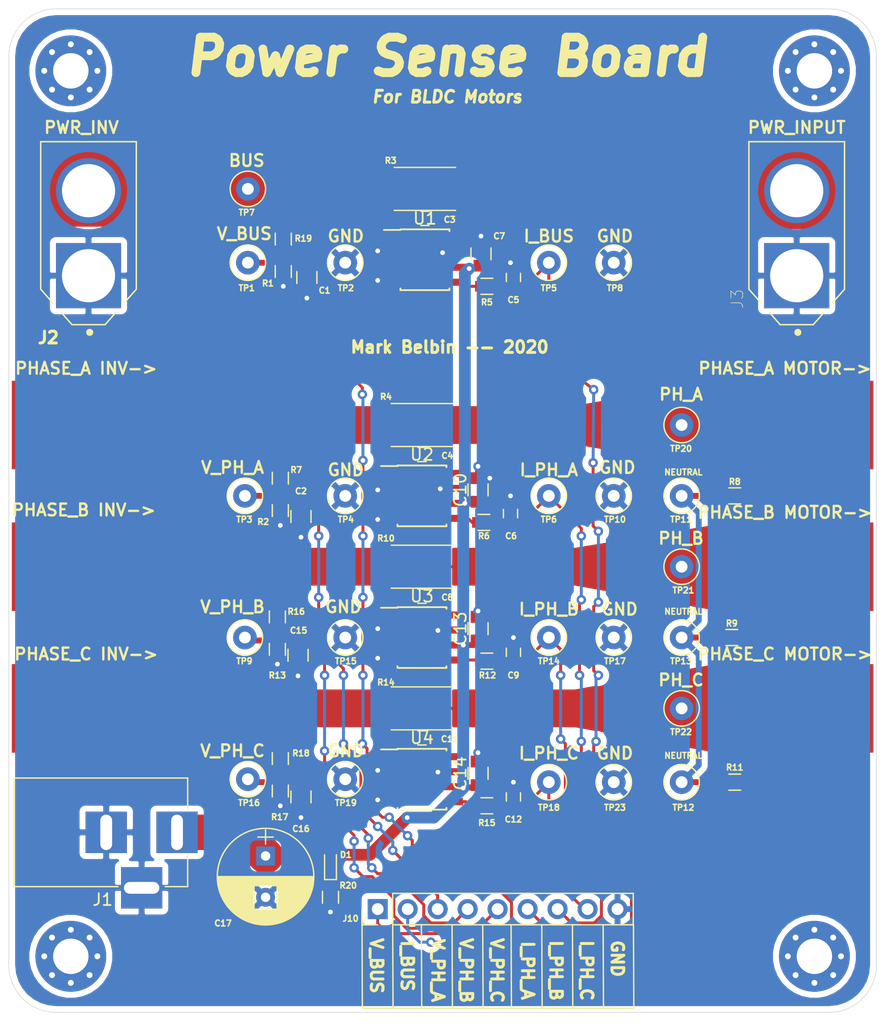
<source format=kicad_pcb>
(kicad_pcb (version 20171130) (host pcbnew "(5.1.5)-3")
  (layers (0 F.Cu signal) (31 B.Cu signal) (34 B.Paste user) (35 F.Paste user) (36 B.SilkS user) (37 F.SilkS user) (38 B.Mask user) (39 F.Mask user) (44 Edge.Cuts user))
  (net 0 "")
  (net 1 /V_BUS)
  (net 2 GND)
  (net 3 /V_PHASE_A)
  (net 4 "Net-(C3-Pad1)")
  (net 5 "Net-(C3-Pad2)")
  (net 6 "Net-(C4-Pad2)")
  (net 7 "Net-(C4-Pad1)")
  (net 8 /I_BUS)
  (net 9 /I_PHASE_A)
  (net 10 +5V)
  (net 11 "Net-(C8-Pad2)")
  (net 12 "Net-(C8-Pad1)")
  (net 13 /I_PHASE_B)
  (net 14 "Net-(C11-Pad1)")
  (net 15 "Net-(C11-Pad2)")
  (net 16 /I_PHASE_C)
  (net 17 /V_PHASE_B)
  (net 18 /V_PHASE_C)
  (net 19 "Net-(J2-Pad2)")
  (net 20 "Net-(J3-Pad2)")
  (net 21 "Net-(J4-Pad1)")
  (net 22 /PHASE_A_MOTOR)
  (net 23 "Net-(J6-Pad1)")
  (net 24 /PHASE_B_MOTOR)
  (net 25 "Net-(J8-Pad1)")
  (net 26 /PHASE_C_MOTOR)
  (net 27 "Net-(R5-Pad2)")
  (net 28 "Net-(R6-Pad2)")
  (net 29 /MOTOR_NEUTRAL)
  (net 30 "Net-(R12-Pad2)")
  (net 31 "Net-(R15-Pad2)")
  (net 32 "Net-(D1-Pad1)")
  (module "Power Sense PCB:NetTie-2_SMD_Pad0.25mm" (layer F.Cu) (at 89.75 56.75 270)
    (fp_text reference NT1 hide)
    (fp_text value Net-Tie_2)
    (fp_poly (pts (xy -0.325 -0.125) (xy 0.325 -0.125) (xy 0.325 0.125) (xy -0.325 0.125)) (layer F.Cu) (width 0))
    (pad 2 smd circle (at 0.325 0 270) (size 0.25 0.25) (layers F.Cu) (net 5 "Net-(C3-Pad2)"))
    (pad 1 smd circle (at -0.325 0 270) (size 0.25 0.25) (layers F.Cu) (net 19 "Net-(J2-Pad2)"))
  )
  (module "Power Sense PCB:NetTie-2_SMD_Pad0.25mm" (layer F.Cu) (at 91.25 56.75 270)
    (fp_text reference NT2 hide)
    (fp_text value Net-Tie_2)
    (fp_poly (pts (xy -0.325 -0.125) (xy 0.325 -0.125) (xy 0.325 0.125) (xy -0.325 0.125)) (layer F.Cu) (width 0))
    (pad 2 smd circle (at 0.325 0 270) (size 0.25 0.25) (layers F.Cu) (net 4 "Net-(C3-Pad1)"))
    (pad 1 smd circle (at -0.325 0 270) (size 0.25 0.25) (layers F.Cu) (net 20 "Net-(J3-Pad2)"))
  )
  (module "Power Sense PCB:NetTie-2_SMD_Pad0.25mm" (layer F.Cu) (at 89.5 76.5 270)
    (fp_text reference NT3 hide)
    (fp_text value Net-Tie_2)
    (fp_poly (pts (xy -0.325 -0.125) (xy 0.325 -0.125) (xy 0.325 0.125) (xy -0.325 0.125)) (layer F.Cu) (width 0))
    (pad 2 smd circle (at 0.325 0 270) (size 0.25 0.25) (layers F.Cu) (net 6 "Net-(C4-Pad2)"))
    (pad 1 smd circle (at -0.325 0 270) (size 0.25 0.25) (layers F.Cu) (net 21 "Net-(J4-Pad1)"))
  )
  (module "Power Sense PCB:NetTie-2_SMD_Pad0.25mm" (layer F.Cu) (at 91 76.5 270)
    (fp_text reference NT4 hide)
    (fp_text value Net-Tie_2)
    (fp_poly (pts (xy -0.325 -0.125) (xy 0.325 -0.125) (xy 0.325 0.125) (xy -0.325 0.125)) (layer F.Cu) (width 0))
    (pad 2 smd circle (at 0.325 0 270) (size 0.25 0.25) (layers F.Cu) (net 7 "Net-(C4-Pad1)"))
    (pad 1 smd circle (at -0.325 0 270) (size 0.25 0.25) (layers F.Cu) (net 22 /PHASE_A_MOTOR))
  )
  (module "Power Sense PCB:NetTie-2_SMD_Pad0.25mm" (layer F.Cu) (at 89.5 88.5 270)
    (fp_text reference NT5 hide)
    (fp_text value Net-Tie_2)
    (fp_poly (pts (xy -0.325 -0.125) (xy 0.325 -0.125) (xy 0.325 0.125) (xy -0.325 0.125)) (layer F.Cu) (width 0))
    (pad 2 smd circle (at 0.325 0 270) (size 0.25 0.25) (layers F.Cu) (net 11 "Net-(C8-Pad2)"))
    (pad 1 smd circle (at -0.325 0 270) (size 0.25 0.25) (layers F.Cu) (net 23 "Net-(J6-Pad1)"))
  )
  (module "Power Sense PCB:NetTie-2_SMD_Pad0.25mm" (layer F.Cu) (at 91 88.5 270)
    (fp_text reference NT6 hide)
    (fp_text value Net-Tie_2)
    (fp_poly (pts (xy -0.325 -0.125) (xy 0.325 -0.125) (xy 0.325 0.125) (xy -0.325 0.125)) (layer F.Cu) (width 0))
    (pad 2 smd circle (at 0.325 0 270) (size 0.25 0.25) (layers F.Cu) (net 12 "Net-(C8-Pad1)"))
    (pad 1 smd circle (at -0.325 0 270) (size 0.25 0.25) (layers F.Cu) (net 24 /PHASE_B_MOTOR))
  )
  (module "Power Sense PCB:NetTie-2_SMD_Pad0.25mm" (layer F.Cu) (at 89.5 100.5 270)
    (fp_text reference NT7 hide)
    (fp_text value Net-Tie_2)
    (fp_poly (pts (xy -0.325 -0.125) (xy 0.325 -0.125) (xy 0.325 0.125) (xy -0.325 0.125)) (layer F.Cu) (width 0))
    (pad 2 smd circle (at 0.325 0 270) (size 0.25 0.25) (layers F.Cu) (net 15 "Net-(C11-Pad2)"))
    (pad 1 smd circle (at -0.325 0 270) (size 0.25 0.25) (layers F.Cu) (net 25 "Net-(J8-Pad1)"))
  )
  (module "Power Sense PCB:NetTie-2_SMD_Pad0.25mm" (layer F.Cu) (at 91 100.5 270)
    (fp_text reference NT8 hide)
    (fp_text value Net-Tie_2)
    (fp_poly (pts (xy -0.325 -0.125) (xy 0.325 -0.125) (xy 0.325 0.125) (xy -0.325 0.125)) (layer F.Cu) (width 0))
    (pad 2 smd circle (at 0.325 0 270) (size 0.25 0.25) (layers F.Cu) (net 14 "Net-(C11-Pad1)"))
    (pad 1 smd circle (at -0.325 0 270) (size 0.25 0.25) (layers F.Cu) (net 26 /PHASE_C_MOTOR))
  )
  (module Capacitors_SMD:C_0805 (layer F.Cu) (at 80.5 63.5 270)
    (fp_text reference C1 (at 1.1 -1.5 180) (layer F.SilkS) (effects (font (size 0.5 0.5) (thickness 0.125))))
    (fp_text value 0.1uF)
    (pad 1 smd rect (at -1 0 270) (size 1 1.25) (layers F.Cu F.Paste F.Mask) (net 1 /V_BUS))
    (pad 2 smd rect (at 1 0 270) (size 1 1.25) (layers F.Cu F.Paste F.Mask) (net 2 GND))
  )
  (module Capacitors_SMD:C_0805 (layer F.Cu) (at 80 83.75 270)
    (fp_text reference C2 (at -2.15 0 180) (layer F.SilkS) (effects (font (size 0.5 0.5) (thickness 0.125))))
    (fp_text value 0.1uF)
    (pad 2 smd rect (at 1 0 270) (size 1 1.25) (layers F.Cu F.Paste F.Mask) (net 2 GND))
    (pad 1 smd rect (at -1 0 270) (size 1 1.25) (layers F.Cu F.Paste F.Mask) (net 3 /V_PHASE_A))
  )
  (module Capacitors_SMD:C_0603 (layer F.Cu) (at 90.5 58.5 180)
    (fp_text reference C3 (at -2.1 -0.1) (layer F.SilkS) (effects (font (size 0.5 0.5) (thickness 0.125))))
    (fp_text value C_Small)
    (pad 1 smd rect (at -0.75 0 180) (size 0.8 0.75) (layers F.Cu F.Paste F.Mask) (net 4 "Net-(C3-Pad1)"))
    (pad 2 smd rect (at 0.75 0 180) (size 0.8 0.75) (layers F.Cu F.Paste F.Mask) (net 5 "Net-(C3-Pad2)"))
  )
  (module Capacitors_SMD:C_0603 (layer F.Cu) (at 90.25 78.5 180)
    (fp_text reference C4 (at -2.15 -0.1) (layer F.SilkS) (effects (font (size 0.5 0.5) (thickness 0.125))))
    (fp_text value C_Small)
    (pad 2 smd rect (at 0.75 0 180) (size 0.8 0.75) (layers F.Cu F.Paste F.Mask) (net 6 "Net-(C4-Pad2)"))
    (pad 1 smd rect (at -0.75 0 180) (size 0.8 0.75) (layers F.Cu F.Paste F.Mask) (net 7 "Net-(C4-Pad1)"))
  )
  (module Capacitors_SMD:C_0603 (layer F.Cu) (at 98 63.5 90)
    (fp_text reference C5 (at -1.9 0 180) (layer F.SilkS) (effects (font (size 0.5 0.5) (thickness 0.125))))
    (fp_text value C_Small)
    (pad 1 smd rect (at -0.75 0 90) (size 0.8 0.75) (layers F.Cu F.Paste F.Mask) (net 8 /I_BUS))
    (pad 2 smd rect (at 0.75 0 90) (size 0.8 0.75) (layers F.Cu F.Paste F.Mask) (net 2 GND))
  )
  (module Capacitors_SMD:C_0603 (layer F.Cu) (at 97.75 83.5 90)
    (fp_text reference C6 (at -1.9 0.05 180) (layer F.SilkS) (effects (font (size 0.5 0.5) (thickness 0.125))))
    (fp_text value C_Small)
    (pad 2 smd rect (at 0.75 0 90) (size 0.8 0.75) (layers F.Cu F.Paste F.Mask) (net 2 GND))
    (pad 1 smd rect (at -0.75 0 90) (size 0.8 0.75) (layers F.Cu F.Paste F.Mask) (net 9 /I_PHASE_A))
  )
  (module Capacitors_SMD:C_0805 (layer F.Cu) (at 95.25 61.5 90)
    (fp_text reference C7 (at 1.5 1.55 180) (layer F.SilkS) (effects (font (size 0.5 0.5) (thickness 0.125))))
    (fp_text value 0.1uF)
    (pad 2 smd rect (at 1 0 90) (size 1 1.25) (layers F.Cu F.Paste F.Mask) (net 2 GND))
    (pad 1 smd rect (at -1 0 90) (size 1 1.25) (layers F.Cu F.Paste F.Mask) (net 10 +5V))
  )
  (module Capacitors_SMD:C_0603 (layer F.Cu) (at 90.25 90.5 180)
    (fp_text reference C8 (at -2.15 -0.1) (layer F.SilkS) (effects (font (size 0.5 0.5) (thickness 0.125))))
    (fp_text value C_Small)
    (pad 2 smd rect (at 0.75 0 180) (size 0.8 0.75) (layers F.Cu F.Paste F.Mask) (net 11 "Net-(C8-Pad2)"))
    (pad 1 smd rect (at -0.75 0 180) (size 0.8 0.75) (layers F.Cu F.Paste F.Mask) (net 12 "Net-(C8-Pad1)"))
  )
  (module Capacitors_SMD:C_0603 (layer F.Cu) (at 98 95.25 90)
    (fp_text reference C9 (at -1.95 0 180) (layer F.SilkS) (effects (font (size 0.5 0.5) (thickness 0.125))))
    (fp_text value C_Small)
    (pad 2 smd rect (at 0.75 0 90) (size 0.8 0.75) (layers F.Cu F.Paste F.Mask) (net 2 GND))
    (pad 1 smd rect (at -0.75 0 90) (size 0.8 0.75) (layers F.Cu F.Paste F.Mask) (net 13 /I_PHASE_B))
  )
  (module Capacitors_SMD:C_0805 (layer F.Cu) (at 95 81.5 90)
    (fp_text reference C10 (at 0 -1.5 90) (layer F.SilkS))
    (fp_text value 0.1uF)
    (pad 2 smd rect (at 1 0 90) (size 1 1.25) (layers F.Cu F.Paste F.Mask) (net 2 GND))
    (pad 1 smd rect (at -1 0 90) (size 1 1.25) (layers F.Cu F.Paste F.Mask) (net 10 +5V))
  )
  (module Capacitors_SMD:C_0603 (layer F.Cu) (at 90.25 102.5 180)
    (fp_text reference C11 (at -2.35 -0.1) (layer F.SilkS) (effects (font (size 0.5 0.5) (thickness 0.125))))
    (fp_text value C_Small)
    (pad 1 smd rect (at -0.75 0 180) (size 0.8 0.75) (layers F.Cu F.Paste F.Mask) (net 14 "Net-(C11-Pad1)"))
    (pad 2 smd rect (at 0.75 0 180) (size 0.8 0.75) (layers F.Cu F.Paste F.Mask) (net 15 "Net-(C11-Pad2)"))
  )
  (module Capacitors_SMD:C_0603 (layer F.Cu) (at 98 107.5 90)
    (fp_text reference C12 (at -1.9 0 180) (layer F.SilkS) (effects (font (size 0.5 0.5) (thickness 0.125))))
    (fp_text value C_Small)
    (pad 1 smd rect (at -0.75 0 90) (size 0.8 0.75) (layers F.Cu F.Paste F.Mask) (net 16 /I_PHASE_C))
    (pad 2 smd rect (at 0.75 0 90) (size 0.8 0.75) (layers F.Cu F.Paste F.Mask) (net 2 GND))
  )
  (module Capacitors_SMD:C_0805 (layer F.Cu) (at 95 93.25 90)
    (fp_text reference C13 (at 0 -1.5 90) (layer F.SilkS))
    (fp_text value 0.1uF)
    (pad 1 smd rect (at -1 0 90) (size 1 1.25) (layers F.Cu F.Paste F.Mask) (net 10 +5V))
    (pad 2 smd rect (at 1 0 90) (size 1 1.25) (layers F.Cu F.Paste F.Mask) (net 2 GND))
  )
  (module Capacitors_SMD:C_0805 (layer F.Cu) (at 95 105.5 90)
    (fp_text reference C14 (at 0 -1.5 90) (layer F.SilkS))
    (fp_text value 0.1uF)
    (pad 2 smd rect (at 1 0 90) (size 1 1.25) (layers F.Cu F.Paste F.Mask) (net 2 GND))
    (pad 1 smd rect (at -1 0 90) (size 1 1.25) (layers F.Cu F.Paste F.Mask) (net 10 +5V))
  )
  (module Capacitors_SMD:C_0805 (layer F.Cu) (at 79.75 95.5 270)
    (fp_text reference C15 (at -2.1 -0.05 180) (layer F.SilkS) (effects (font (size 0.5 0.5) (thickness 0.125))))
    (fp_text value 0.1uF)
    (pad 1 smd rect (at -1 0 270) (size 1 1.25) (layers F.Cu F.Paste F.Mask) (net 17 /V_PHASE_B))
    (pad 2 smd rect (at 1 0 270) (size 1 1.25) (layers F.Cu F.Paste F.Mask) (net 2 GND))
  )
  (module Capacitors_SMD:C_0805 (layer F.Cu) (at 80 107.5 270)
    (fp_text reference C16 (at 2.7 0 180) (layer F.SilkS) (effects (font (size 0.5 0.5) (thickness 0.125))))
    (fp_text value 0.1uF)
    (pad 1 smd rect (at -1 0 270) (size 1 1.25) (layers F.Cu F.Paste F.Mask) (net 18 /V_PHASE_C))
    (pad 2 smd rect (at 1 0 270) (size 1 1.25) (layers F.Cu F.Paste F.Mask) (net 2 GND))
  )
  (module Mounting_Holes:MountingHole_3mm_Pad_Via (layer F.Cu) (at 60.5 121)
    (fp_text reference H1 hide)
    (fp_text value MountingHole)
    (pad 1 thru_hole circle (at 0 0) (size 6 6) (drill 3) (layers *.Cu *.Mask))
    (pad 1 thru_hole circle (at 2.25 0) (size 0.8 0.8) (drill 0.5) (layers *.Cu *.Mask))
    (pad 1 thru_hole circle (at 1.59099 1.59099) (size 0.8 0.8) (drill 0.5) (layers *.Cu *.Mask))
    (pad 1 thru_hole circle (at 0 2.25) (size 0.8 0.8) (drill 0.5) (layers *.Cu *.Mask))
    (pad 1 thru_hole circle (at -1.59099 1.59099) (size 0.8 0.8) (drill 0.5) (layers *.Cu *.Mask))
    (pad 1 thru_hole circle (at -2.25 0) (size 0.8 0.8) (drill 0.5) (layers *.Cu *.Mask))
    (pad 1 thru_hole circle (at -1.59099 -1.59099) (size 0.8 0.8) (drill 0.5) (layers *.Cu *.Mask))
    (pad 1 thru_hole circle (at 0 -2.25) (size 0.8 0.8) (drill 0.5) (layers *.Cu *.Mask))
    (pad 1 thru_hole circle (at 1.59099 -1.59099) (size 0.8 0.8) (drill 0.5) (layers *.Cu *.Mask))
  )
  (module Mounting_Holes:MountingHole_3mm_Pad_Via (layer F.Cu) (at 123.5 46)
    (fp_text reference H2 hide)
    (fp_text value MountingHole)
    (pad 1 thru_hole circle (at 1.59099 -1.59099) (size 0.8 0.8) (drill 0.5) (layers *.Cu *.Mask))
    (pad 1 thru_hole circle (at 0 -2.25) (size 0.8 0.8) (drill 0.5) (layers *.Cu *.Mask))
    (pad 1 thru_hole circle (at -1.59099 -1.59099) (size 0.8 0.8) (drill 0.5) (layers *.Cu *.Mask))
    (pad 1 thru_hole circle (at -2.25 0) (size 0.8 0.8) (drill 0.5) (layers *.Cu *.Mask))
    (pad 1 thru_hole circle (at -1.59099 1.59099) (size 0.8 0.8) (drill 0.5) (layers *.Cu *.Mask))
    (pad 1 thru_hole circle (at 0 2.25) (size 0.8 0.8) (drill 0.5) (layers *.Cu *.Mask))
    (pad 1 thru_hole circle (at 1.59099 1.59099) (size 0.8 0.8) (drill 0.5) (layers *.Cu *.Mask))
    (pad 1 thru_hole circle (at 2.25 0) (size 0.8 0.8) (drill 0.5) (layers *.Cu *.Mask))
    (pad 1 thru_hole circle (at 0 0) (size 6 6) (drill 3) (layers *.Cu *.Mask))
  )
  (module Mounting_Holes:MountingHole_3mm_Pad_Via (layer F.Cu) (at 60.5 46)
    (fp_text reference H3 hide)
    (fp_text value MountingHole)
    (pad 1 thru_hole circle (at 1.59099 -1.59099) (size 0.8 0.8) (drill 0.5) (layers *.Cu *.Mask))
    (pad 1 thru_hole circle (at 0 -2.25) (size 0.8 0.8) (drill 0.5) (layers *.Cu *.Mask))
    (pad 1 thru_hole circle (at -1.59099 -1.59099) (size 0.8 0.8) (drill 0.5) (layers *.Cu *.Mask))
    (pad 1 thru_hole circle (at -2.25 0) (size 0.8 0.8) (drill 0.5) (layers *.Cu *.Mask))
    (pad 1 thru_hole circle (at -1.59099 1.59099) (size 0.8 0.8) (drill 0.5) (layers *.Cu *.Mask))
    (pad 1 thru_hole circle (at 0 2.25) (size 0.8 0.8) (drill 0.5) (layers *.Cu *.Mask))
    (pad 1 thru_hole circle (at 1.59099 1.59099) (size 0.8 0.8) (drill 0.5) (layers *.Cu *.Mask))
    (pad 1 thru_hole circle (at 2.25 0) (size 0.8 0.8) (drill 0.5) (layers *.Cu *.Mask))
    (pad 1 thru_hole circle (at 0 0) (size 6 6) (drill 3) (layers *.Cu *.Mask))
  )
  (module Mounting_Holes:MountingHole_3mm_Pad_Via (layer F.Cu) (at 123.5 121)
    (fp_text reference H4 hide)
    (fp_text value MountingHole)
    (pad 1 thru_hole circle (at 0 0) (size 6 6) (drill 3) (layers *.Cu *.Mask))
    (pad 1 thru_hole circle (at 2.25 0) (size 0.8 0.8) (drill 0.5) (layers *.Cu *.Mask))
    (pad 1 thru_hole circle (at 1.59099 1.59099) (size 0.8 0.8) (drill 0.5) (layers *.Cu *.Mask))
    (pad 1 thru_hole circle (at 0 2.25) (size 0.8 0.8) (drill 0.5) (layers *.Cu *.Mask))
    (pad 1 thru_hole circle (at -1.59099 1.59099) (size 0.8 0.8) (drill 0.5) (layers *.Cu *.Mask))
    (pad 1 thru_hole circle (at -2.25 0) (size 0.8 0.8) (drill 0.5) (layers *.Cu *.Mask))
    (pad 1 thru_hole circle (at -1.59099 -1.59099) (size 0.8 0.8) (drill 0.5) (layers *.Cu *.Mask))
    (pad 1 thru_hole circle (at 0 -2.25) (size 0.8 0.8) (drill 0.5) (layers *.Cu *.Mask))
    (pad 1 thru_hole circle (at 1.59099 -1.59099) (size 0.8 0.8) (drill 0.5) (layers *.Cu *.Mask))
  )
  (module Connectors:BARREL_JACK (layer F.Cu) (at 69.5 110.5)
    (fp_text reference J1 (at -6.3 5.7 180) (layer F.SilkS))
    (fp_text value Jack-DC)
    (pad 3 thru_hole rect (at -3 4.7) (size 3.5 3.5) (drill oval 3 1) (layers *.Cu *.Mask) (net 2 GND))
    (pad 2 thru_hole rect (at -6 0) (size 3.5 3.5) (drill oval 1 3) (layers *.Cu *.Mask) (net 2 GND))
    (pad 1 thru_hole rect (at 0 0) (size 3.5 3.5) (drill oval 1 3) (layers *.Cu *.Mask) (net 10 +5V))
  )
  (module "Power Sense PCB:AMASS_XT60-M" (layer F.Cu) (at 62 59.75 90)
    (fp_text reference J2 (at -8.85 -3.4 180) (layer F.SilkS) (effects (font (size 1.00069 1.00069) (thickness 0.250173))))
    (fp_text value PWR_INV (at 8.95 -0.6 180) (layer F.SilkS) (effects (font (size 1.00069 1.00069) (thickness 0.2))))
    (pad 2 thru_hole circle (at 3.6 0 90) (size 5.516 5.516) (drill 4.5) (layers *.Cu *.Mask) (net 19 "Net-(J2-Pad2)"))
    (pad 1 thru_hole rect (at -3.6 0 90) (size 5.516 5.516) (drill 4.5) (layers *.Cu *.Mask) (net 2 GND))
  )
  (module "Power Sense PCB:AMASS_XT60-M" (layer F.Cu) (at 122 59.75 90)
    (fp_text reference J3 (at -5.56386 -5.03849 90) (layer F.SilkS) (effects (font (size 1.00069 1.00069) (thickness 0.05))))
    (fp_text value PWR_INPUT (at 8.95 0 180) (layer F.SilkS) (effects (font (size 1.00069 1.00069) (thickness 0.2))))
    (pad 1 thru_hole rect (at -3.6 0 90) (size 5.516 5.516) (drill 4.5) (layers *.Cu *.Mask) (net 2 GND))
    (pad 2 thru_hole circle (at 3.6 0 90) (size 5.516 5.516) (drill 4.5) (layers *.Cu *.Mask) (net 20 "Net-(J3-Pad2)"))
  )
  (module "Power Sense PCB:3mm_Bullet_RA" (layer F.Cu) (at 62 76 180)
    (fp_text reference J4 hide)
    (fp_text value PHASE_A_INV)
    (pad 1 smd rect (at 0 0 180) (size 13 7.5) (layers F.Cu F.Paste F.Mask) (net 21 "Net-(J4-Pad1)"))
  )
  (module "Power Sense PCB:3mm_Bullet_RA" (layer F.Cu) (at 122 76)
    (fp_text reference J5 hide)
    (fp_text value PHASE_A_MOTOR)
    (pad 1 smd rect (at 0 0) (size 13 7.5) (layers F.Cu F.Paste F.Mask) (net 22 /PHASE_A_MOTOR))
  )
  (module "Power Sense PCB:3mm_Bullet_RA" (layer F.Cu) (at 62 88 180)
    (fp_text reference J6 hide)
    (fp_text value PHASE_B_INV)
    (pad 1 smd rect (at 0 0 180) (size 13 7.5) (layers F.Cu F.Paste F.Mask) (net 23 "Net-(J6-Pad1)"))
  )
  (module "Power Sense PCB:3mm_Bullet_RA" (layer F.Cu) (at 122 88)
    (fp_text reference J7 hide)
    (fp_text value PHASE_B_MOTOR)
    (pad 1 smd rect (at 0 0) (size 13 7.5) (layers F.Cu F.Paste F.Mask) (net 24 /PHASE_B_MOTOR))
  )
  (module "Power Sense PCB:3mm_Bullet_RA" (layer F.Cu) (at 62 100 180)
    (fp_text reference J8 hide)
    (fp_text value PHASE_C_INV)
    (pad 1 smd rect (at 0 0 180) (size 13 7.5) (layers F.Cu F.Paste F.Mask) (net 25 "Net-(J8-Pad1)"))
  )
  (module "Power Sense PCB:3mm_Bullet_RA" (layer F.Cu) (at 122 100)
    (fp_text reference J9 hide)
    (fp_text value PHASE_C_MOTOR)
    (pad 1 smd rect (at 0 0) (size 13 7.5) (layers F.Cu F.Paste F.Mask) (net 26 /PHASE_C_MOTOR))
  )
  (module Resistors_SMD:R_0603 (layer F.Cu) (at 78.5 63 90)
    (fp_text reference R1 (at -1 -1.3 180) (layer F.SilkS) (effects (font (size 0.5 0.5) (thickness 0.125))))
    (fp_text value 4.99k)
    (pad 1 smd rect (at -0.75 0 90) (size 0.5 0.9) (layers F.Cu F.Paste F.Mask) (net 2 GND))
    (pad 2 smd rect (at 0.75 0 90) (size 0.5 0.9) (layers F.Cu F.Paste F.Mask) (net 1 /V_BUS))
  )
  (module Resistors_SMD:R_0603 (layer F.Cu) (at 78.25 83.25 90)
    (fp_text reference R2 (at -0.95 -1.45 180) (layer F.SilkS) (effects (font (size 0.5 0.5) (thickness 0.125))))
    (fp_text value 4.99k)
    (pad 2 smd rect (at 0.75 0 90) (size 0.5 0.9) (layers F.Cu F.Paste F.Mask) (net 3 /V_PHASE_A))
    (pad 1 smd rect (at -0.75 0 90) (size 0.5 0.9) (layers F.Cu F.Paste F.Mask) (net 2 GND))
  )
  (module "Power Sense PCB:R_2512_Sense" (layer F.Cu) (at 90.5 56 180)
    (fp_text reference R3 (at 2.9 2.4 180) (layer F.SilkS) (effects (font (size 0.5 0.5) (thickness 0.125))))
    (fp_text value 5m)
    (pad 1 smd rect (at -3.1 0 180) (size 1 3.2) (layers F.Cu F.Paste F.Mask) (net 20 "Net-(J3-Pad2)"))
    (pad 2 smd rect (at 3.1 0 180) (size 1 3.2) (layers F.Cu F.Paste F.Mask) (net 19 "Net-(J2-Pad2)"))
  )
  (module "Power Sense PCB:R_2512_Sense" (layer F.Cu) (at 90.25 76 180)
    (fp_text reference R4 (at 3.05 2.4 180) (layer F.SilkS) (effects (font (size 0.5 0.5) (thickness 0.125))))
    (fp_text value 5m)
    (pad 2 smd rect (at 3.1 0 180) (size 1 3.2) (layers F.Cu F.Paste F.Mask) (net 21 "Net-(J4-Pad1)"))
    (pad 1 smd rect (at -3.1 0 180) (size 1 3.2) (layers F.Cu F.Paste F.Mask) (net 22 /PHASE_A_MOTOR))
  )
  (module Resistors_SMD:R_0603 (layer F.Cu) (at 95.75 64.25 180)
    (fp_text reference R5 (at 0 -1.35) (layer F.SilkS) (effects (font (size 0.5 0.5) (thickness 0.125))))
    (fp_text value R_Small_US)
    (pad 2 smd rect (at 0.75 0 180) (size 0.5 0.9) (layers F.Cu F.Paste F.Mask) (net 27 "Net-(R5-Pad2)"))
    (pad 1 smd rect (at -0.75 0 180) (size 0.5 0.9) (layers F.Cu F.Paste F.Mask) (net 8 /I_BUS))
  )
  (module Resistors_SMD:R_0603 (layer F.Cu) (at 95.5 84.25 180)
    (fp_text reference R6 (at 0 -1.15) (layer F.SilkS) (effects (font (size 0.5 0.5) (thickness 0.125))))
    (fp_text value R_Small_US)
    (pad 1 smd rect (at -0.75 0 180) (size 0.5 0.9) (layers F.Cu F.Paste F.Mask) (net 9 /I_PHASE_A))
    (pad 2 smd rect (at 0.75 0 180) (size 0.5 0.9) (layers F.Cu F.Paste F.Mask) (net 28 "Net-(R6-Pad2)"))
  )
  (module Resistors_SMD:R_0603 (layer F.Cu) (at 78.25 80.5 270)
    (fp_text reference R7 (at -0.7 -1.35 180) (layer F.SilkS) (effects (font (size 0.5 0.5) (thickness 0.125))))
    (fp_text value 22k)
    (pad 1 smd rect (at -0.75 0 270) (size 0.5 0.9) (layers F.Cu F.Paste F.Mask) (net 21 "Net-(J4-Pad1)"))
    (pad 2 smd rect (at 0.75 0 270) (size 0.5 0.9) (layers F.Cu F.Paste F.Mask) (net 3 /V_PHASE_A))
  )
  (module Resistors_SMD:R_0603 (layer F.Cu) (at 116.75 82)
    (fp_text reference R8 (at 0 -1.2) (layer F.SilkS) (effects (font (size 0.5 0.5) (thickness 0.125))))
    (fp_text value 10k)
    (pad 2 smd rect (at 0.75 0) (size 0.5 0.9) (layers F.Cu F.Paste F.Mask) (net 22 /PHASE_A_MOTOR))
    (pad 1 smd rect (at -0.75 0) (size 0.5 0.9) (layers F.Cu F.Paste F.Mask) (net 29 /MOTOR_NEUTRAL))
  )
  (module Resistors_SMD:R_0603 (layer F.Cu) (at 116.5 94)
    (fp_text reference R9 (at 0 -1.2) (layer F.SilkS) (effects (font (size 0.5 0.5) (thickness 0.125))))
    (fp_text value 10k)
    (pad 1 smd rect (at -0.75 0) (size 0.5 0.9) (layers F.Cu F.Paste F.Mask) (net 29 /MOTOR_NEUTRAL))
    (pad 2 smd rect (at 0.75 0) (size 0.5 0.9) (layers F.Cu F.Paste F.Mask) (net 24 /PHASE_B_MOTOR))
  )
  (module "Power Sense PCB:R_2512_Sense" (layer F.Cu) (at 90.25 88 180)
    (fp_text reference R10 (at 3.05 2.4 180) (layer F.SilkS) (effects (font (size 0.5 0.5) (thickness 0.125))))
    (fp_text value 5m)
    (pad 1 smd rect (at -3.1 0 180) (size 1 3.2) (layers F.Cu F.Paste F.Mask) (net 24 /PHASE_B_MOTOR))
    (pad 2 smd rect (at 3.1 0 180) (size 1 3.2) (layers F.Cu F.Paste F.Mask) (net 23 "Net-(J6-Pad1)"))
  )
  (module Resistors_SMD:R_0603 (layer F.Cu) (at 116.75 106.25)
    (fp_text reference R11 (at 0 -1.25) (layer F.SilkS) (effects (font (size 0.5 0.5) (thickness 0.125))))
    (fp_text value 10k)
    (pad 2 smd rect (at 0.75 0) (size 0.5 0.9) (layers F.Cu F.Paste F.Mask) (net 26 /PHASE_C_MOTOR))
    (pad 1 smd rect (at -0.75 0) (size 0.5 0.9) (layers F.Cu F.Paste F.Mask) (net 29 /MOTOR_NEUTRAL))
  )
  (module Resistors_SMD:R_0603 (layer F.Cu) (at 95.75 96 180)
    (fp_text reference R12 (at -0.05 -1.2) (layer F.SilkS) (effects (font (size 0.5 0.5) (thickness 0.125))))
    (fp_text value R_Small_US)
    (pad 2 smd rect (at 0.75 0 180) (size 0.5 0.9) (layers F.Cu F.Paste F.Mask) (net 30 "Net-(R12-Pad2)"))
    (pad 1 smd rect (at -0.75 0 180) (size 0.5 0.9) (layers F.Cu F.Paste F.Mask) (net 13 /I_PHASE_B))
  )
  (module Resistors_SMD:R_0603 (layer F.Cu) (at 78 95 90)
    (fp_text reference R13 (at -2.2 0 180) (layer F.SilkS) (effects (font (size 0.5 0.5) (thickness 0.125))))
    (fp_text value 4.99k)
    (pad 1 smd rect (at -0.75 0 90) (size 0.5 0.9) (layers F.Cu F.Paste F.Mask) (net 2 GND))
    (pad 2 smd rect (at 0.75 0 90) (size 0.5 0.9) (layers F.Cu F.Paste F.Mask) (net 17 /V_PHASE_B))
  )
  (module "Power Sense PCB:R_2512_Sense" (layer F.Cu) (at 90.25 100 180)
    (fp_text reference R14 (at 3.05 2.2 180) (layer F.SilkS) (effects (font (size 0.5 0.5) (thickness 0.125))))
    (fp_text value 5m)
    (pad 2 smd rect (at 3.1 0 180) (size 1 3.2) (layers F.Cu F.Paste F.Mask) (net 25 "Net-(J8-Pad1)"))
    (pad 1 smd rect (at -3.1 0 180) (size 1 3.2) (layers F.Cu F.Paste F.Mask) (net 26 /PHASE_C_MOTOR))
  )
  (module Resistors_SMD:R_0603 (layer F.Cu) (at 95.75 108.25 180)
    (fp_text reference R15 (at 0 -1.45) (layer F.SilkS) (effects (font (size 0.5 0.5) (thickness 0.125))))
    (fp_text value R_Small_US)
    (pad 2 smd rect (at 0.75 0 180) (size 0.5 0.9) (layers F.Cu F.Paste F.Mask) (net 31 "Net-(R15-Pad2)"))
    (pad 1 smd rect (at -0.75 0 180) (size 0.5 0.9) (layers F.Cu F.Paste F.Mask) (net 16 /I_PHASE_C))
  )
  (module Resistors_SMD:R_0603 (layer F.Cu) (at 78 92.25 270)
    (fp_text reference R16 (at -0.45 -1.6 180) (layer F.SilkS) (effects (font (size 0.5 0.5) (thickness 0.125))))
    (fp_text value 22k)
    (pad 1 smd rect (at -0.75 0 270) (size 0.5 0.9) (layers F.Cu F.Paste F.Mask) (net 23 "Net-(J6-Pad1)"))
    (pad 2 smd rect (at 0.75 0 270) (size 0.5 0.9) (layers F.Cu F.Paste F.Mask) (net 17 /V_PHASE_B))
  )
  (module Resistors_SMD:R_0603 (layer F.Cu) (at 78.25 107 90)
    (fp_text reference R17 (at -2.2 -0.05 180) (layer F.SilkS) (effects (font (size 0.5 0.5) (thickness 0.125))))
    (fp_text value 4.99k)
    (pad 2 smd rect (at 0.75 0 90) (size 0.5 0.9) (layers F.Cu F.Paste F.Mask) (net 18 /V_PHASE_C))
    (pad 1 smd rect (at -0.75 0 90) (size 0.5 0.9) (layers F.Cu F.Paste F.Mask) (net 2 GND))
  )
  (module Resistors_SMD:R_0603 (layer F.Cu) (at 78.25 104.25 270)
    (fp_text reference R18 (at -0.45 -1.75 180) (layer F.SilkS) (effects (font (size 0.5 0.5) (thickness 0.125))))
    (fp_text value 22k)
    (pad 1 smd rect (at -0.75 0 270) (size 0.5 0.9) (layers F.Cu F.Paste F.Mask) (net 25 "Net-(J8-Pad1)"))
    (pad 2 smd rect (at 0.75 0 270) (size 0.5 0.9) (layers F.Cu F.Paste F.Mask) (net 18 /V_PHASE_C))
  )
  (module Resistors_SMD:R_0603 (layer F.Cu) (at 78.5 60.25 270)
    (fp_text reference R19 (at -0.05 -1.7 180) (layer F.SilkS) (effects (font (size 0.5 0.5) (thickness 0.125))))
    (fp_text value 22k)
    (pad 2 smd rect (at 0.75 0 270) (size 0.5 0.9) (layers F.Cu F.Paste F.Mask) (net 1 /V_BUS))
    (pad 1 smd rect (at -0.75 0 270) (size 0.5 0.9) (layers F.Cu F.Paste F.Mask) (net 19 "Net-(J2-Pad2)"))
  )
  (module Testpoints:TestPoint_Loop_D1.80mm_Drill1.0mm_Beaded (layer F.Cu) (at 75.5 62.25)
    (fp_text reference TP1 (at -0.1 2.15) (layer F.SilkS) (effects (font (size 0.5 0.5) (thickness 0.125))))
    (fp_text value V_BUS)
    (pad 1 thru_hole circle (at 0 0) (size 2 2) (drill 1) (layers *.Cu *.Mask) (net 1 /V_BUS))
  )
  (module Testpoints:TestPoint_Loop_D1.80mm_Drill1.0mm_Beaded (layer F.Cu) (at 83.75 62.25)
    (fp_text reference TP2 (at 0.05 2.15) (layer F.SilkS) (effects (font (size 0.5 0.5) (thickness 0.125))))
    (fp_text value GND_REF)
    (pad 1 thru_hole circle (at 0 0) (size 2 2) (drill 1) (layers *.Cu *.Mask) (net 2 GND))
  )
  (module Testpoints:TestPoint_Loop_D1.80mm_Drill1.0mm_Beaded (layer F.Cu) (at 75.25 82)
    (fp_text reference TP3 (at -0.05 2) (layer F.SilkS) (effects (font (size 0.5 0.5) (thickness 0.125))))
    (fp_text value V_PHASE_A)
    (pad 1 thru_hole circle (at 0 0) (size 2 2) (drill 1) (layers *.Cu *.Mask) (net 3 /V_PHASE_A))
  )
  (module Testpoints:TestPoint_Loop_D1.80mm_Drill1.0mm_Beaded (layer F.Cu) (at 83.75 82)
    (fp_text reference TP4 (at 0.05 2) (layer F.SilkS) (effects (font (size 0.5 0.5) (thickness 0.125))))
    (fp_text value GND_REF)
    (pad 1 thru_hole circle (at 0 0) (size 2 2) (drill 1) (layers *.Cu *.Mask) (net 2 GND))
  )
  (module Testpoints:TestPoint_Loop_D1.80mm_Drill1.0mm_Beaded (layer F.Cu) (at 101 62.25)
    (fp_text reference TP5 (at 0 2.15) (layer F.SilkS) (effects (font (size 0.5 0.5) (thickness 0.125))))
    (fp_text value I_BUS)
    (pad 1 thru_hole circle (at 0 0) (size 2 2) (drill 1) (layers *.Cu *.Mask) (net 8 /I_BUS))
  )
  (module Testpoints:TestPoint_Loop_D1.80mm_Drill1.0mm_Beaded (layer F.Cu) (at 101 82)
    (fp_text reference TP6 (at 0 2) (layer F.SilkS) (effects (font (size 0.5 0.5) (thickness 0.125))))
    (fp_text value I_PHASE_A)
    (pad 1 thru_hole circle (at 0 0) (size 2 2) (drill 1) (layers *.Cu *.Mask) (net 9 /I_PHASE_A))
  )
  (module Testpoints:TestPoint_Loop_D1.80mm_Drill1.0mm_Beaded (layer F.Cu) (at 75.5 56)
    (fp_text reference TP7 (at -0.1 2) (layer F.SilkS) (effects (font (size 0.5 0.5) (thickness 0.125))))
    (fp_text value BUS)
    (pad 1 thru_hole circle (at 0 0) (size 2 2) (drill 1) (layers *.Cu *.Mask) (net 19 "Net-(J2-Pad2)"))
  )
  (module Testpoints:TestPoint_Loop_D1.80mm_Drill1.0mm_Beaded (layer F.Cu) (at 106.5 62.25)
    (fp_text reference TP8 (at 0.1 2.15) (layer F.SilkS) (effects (font (size 0.5 0.5) (thickness 0.125))))
    (fp_text value GND_REF)
    (pad 1 thru_hole circle (at 0 0) (size 2 2) (drill 1) (layers *.Cu *.Mask) (net 2 GND))
  )
  (module Testpoints:TestPoint_Loop_D1.80mm_Drill1.0mm_Beaded (layer F.Cu) (at 75.25 94)
    (fp_text reference TP9 (at -0.05 2) (layer F.SilkS) (effects (font (size 0.5 0.5) (thickness 0.125))))
    (fp_text value V_PHASE_B)
    (pad 1 thru_hole circle (at 0 0) (size 2 2) (drill 1) (layers *.Cu *.Mask) (net 17 /V_PHASE_B))
  )
  (module Testpoints:TestPoint_Loop_D1.80mm_Drill1.0mm_Beaded (layer F.Cu) (at 106.5 82)
    (fp_text reference TP10 (at 0.1 2) (layer F.SilkS) (effects (font (size 0.5 0.5) (thickness 0.125))))
    (fp_text value GND_REF)
    (pad 1 thru_hole circle (at 0 0) (size 2 2) (drill 1) (layers *.Cu *.Mask) (net 2 GND))
  )
  (module Testpoints:TestPoint_Loop_D1.80mm_Drill1.0mm_Beaded (layer F.Cu) (at 112.25 82)
    (fp_text reference TP11 (at -0.05 2) (layer F.SilkS) (effects (font (size 0.5 0.5) (thickness 0.125))))
    (fp_text value NEUTRAL_REF)
    (pad 1 thru_hole circle (at 0 0) (size 2 2) (drill 1) (layers *.Cu *.Mask) (net 29 /MOTOR_NEUTRAL))
  )
  (module Testpoints:TestPoint_Loop_D1.80mm_Drill1.0mm_Beaded (layer F.Cu) (at 112.25 106.25)
    (fp_text reference TP12 (at 0.15 2.15) (layer F.SilkS) (effects (font (size 0.5 0.5) (thickness 0.125))))
    (fp_text value NEUTRAL_REF)
    (pad 1 thru_hole circle (at 0 0) (size 2 2) (drill 1) (layers *.Cu *.Mask) (net 29 /MOTOR_NEUTRAL))
  )
  (module Testpoints:TestPoint_Loop_D1.80mm_Drill1.0mm_Beaded (layer F.Cu) (at 112.25 94)
    (fp_text reference TP13 (at -0.05 2) (layer F.SilkS) (effects (font (size 0.5 0.5) (thickness 0.125))))
    (fp_text value NEUTRAL_REF)
    (pad 1 thru_hole circle (at 0 0) (size 2 2) (drill 1) (layers *.Cu *.Mask) (net 29 /MOTOR_NEUTRAL))
  )
  (module Testpoints:TestPoint_Loop_D1.80mm_Drill1.0mm_Beaded (layer F.Cu) (at 101 94)
    (fp_text reference TP14 (at 0 2) (layer F.SilkS) (effects (font (size 0.5 0.5) (thickness 0.125))))
    (fp_text value I_PHASE_B)
    (pad 1 thru_hole circle (at 0 0) (size 2 2) (drill 1) (layers *.Cu *.Mask) (net 13 /I_PHASE_B))
  )
  (module Testpoints:TestPoint_Loop_D1.80mm_Drill1.0mm_Beaded (layer F.Cu) (at 83.75 94)
    (fp_text reference TP15 (at 0.05 2) (layer F.SilkS) (effects (font (size 0.5 0.5) (thickness 0.125))))
    (fp_text value GND_REF)
    (pad 1 thru_hole circle (at 0 0) (size 2 2) (drill 1) (layers *.Cu *.Mask) (net 2 GND))
  )
  (module Testpoints:TestPoint_Loop_D1.80mm_Drill1.0mm_Beaded (layer F.Cu) (at 75.5 106)
    (fp_text reference TP16 (at 0.1 2) (layer F.SilkS) (effects (font (size 0.5 0.5) (thickness 0.125))))
    (fp_text value V_PHASE_C)
    (pad 1 thru_hole circle (at 0 0) (size 2 2) (drill 1) (layers *.Cu *.Mask) (net 18 /V_PHASE_C))
  )
  (module Testpoints:TestPoint_Loop_D1.80mm_Drill1.0mm_Beaded (layer F.Cu) (at 106.5 94)
    (fp_text reference TP17 (at 0.1 2) (layer F.SilkS) (effects (font (size 0.5 0.5) (thickness 0.125))))
    (fp_text value GND_REF)
    (pad 1 thru_hole circle (at 0 0) (size 2 2) (drill 1) (layers *.Cu *.Mask) (net 2 GND))
  )
  (module Testpoints:TestPoint_Loop_D1.80mm_Drill1.0mm_Beaded (layer F.Cu) (at 101 106.25)
    (fp_text reference TP18 (at 0 2.15 180) (layer F.SilkS) (effects (font (size 0.5 0.5) (thickness 0.125))))
    (fp_text value I_PHASE_C)
    (pad 1 thru_hole circle (at 0 0) (size 2 2) (drill 1) (layers *.Cu *.Mask) (net 16 /I_PHASE_C))
  )
  (module Testpoints:TestPoint_Loop_D1.80mm_Drill1.0mm_Beaded (layer F.Cu) (at 83.75 106)
    (fp_text reference TP19 (at 0.05 2) (layer F.SilkS) (effects (font (size 0.5 0.5) (thickness 0.125))))
    (fp_text value GND_REF)
    (pad 1 thru_hole circle (at 0 0) (size 2 2) (drill 1) (layers *.Cu *.Mask) (net 2 GND))
  )
  (module Testpoints:TestPoint_Loop_D1.80mm_Drill1.0mm_Beaded (layer F.Cu) (at 112.25 76)
    (fp_text reference TP20 (at -0.05 2) (layer F.SilkS) (effects (font (size 0.5 0.5) (thickness 0.125))))
    (fp_text value PHASE_A)
    (pad 1 thru_hole circle (at 0 0) (size 2 2) (drill 1) (layers *.Cu *.Mask) (net 22 /PHASE_A_MOTOR))
  )
  (module Testpoints:TestPoint_Loop_D1.80mm_Drill1.0mm_Beaded (layer F.Cu) (at 112.25 88)
    (fp_text reference TP21 (at 0.15 2) (layer F.SilkS) (effects (font (size 0.5 0.5) (thickness 0.125))))
    (fp_text value PHASE_B)
    (pad 1 thru_hole circle (at 0 0) (size 2 2) (drill 1) (layers *.Cu *.Mask) (net 24 /PHASE_B_MOTOR))
  )
  (module Testpoints:TestPoint_Loop_D1.80mm_Drill1.0mm_Beaded (layer F.Cu) (at 112.25 100)
    (fp_text reference TP22 (at -0.05 2) (layer F.SilkS) (effects (font (size 0.5 0.5) (thickness 0.125))))
    (fp_text value PHASE_C)
    (pad 1 thru_hole circle (at 0 0) (size 2 2) (drill 1) (layers *.Cu *.Mask) (net 26 /PHASE_C_MOTOR))
  )
  (module Testpoints:TestPoint_Loop_D1.80mm_Drill1.0mm_Beaded (layer F.Cu) (at 106.5 106.25)
    (fp_text reference TP23 (at 0.1 2.15) (layer F.SilkS) (effects (font (size 0.5 0.5) (thickness 0.125))))
    (fp_text value GND_REF)
    (pad 1 thru_hole circle (at 0 0) (size 2 2) (drill 1) (layers *.Cu *.Mask) (net 2 GND))
  )
  (module Capacitors_THT:CP_Radial_D8.0mm_P3.50mm (layer F.Cu) (at 77 112.5 270)
    (fp_text reference C17 (at 5.7 3.6 180) (layer F.SilkS) (effects (font (size 0.5 0.5) (thickness 0.125))))
    (fp_text value 330uF)
    (pad 2 thru_hole circle (at 3.5 0 270) (size 1.6 1.6) (drill 0.8) (layers *.Cu *.Mask) (net 2 GND))
    (pad 1 thru_hole rect (at 0 0 270) (size 1.6 1.6) (drill 0.8) (layers *.Cu *.Mask) (net 10 +5V))
  )
  (module LEDs:LED_0603 (layer F.Cu) (at 82.5 113.2 90)
    (fp_text reference D1 (at 0.8 1.3 180) (layer F.SilkS) (effects (font (size 0.5 0.5) (thickness 0.125))))
    (fp_text value RED)
    (pad 1 smd rect (at -0.8 0 270) (size 0.8 0.8) (layers F.Cu F.Paste F.Mask) (net 32 "Net-(D1-Pad1)"))
    (pad 2 smd rect (at 0.8 0 270) (size 0.8 0.8) (layers F.Cu F.Paste F.Mask) (net 10 +5V))
  )
  (module Resistors_SMD:R_0603 (layer F.Cu) (at 82.5 116 270)
    (fp_text reference R20 (at -1 -1.5 180) (layer F.SilkS) (effects (font (size 0.5 0.5) (thickness 0.125))))
    (fp_text value 330)
    (pad 2 smd rect (at 0.75 0 270) (size 0.5 0.9) (layers F.Cu F.Paste F.Mask) (net 2 GND))
    (pad 1 smd rect (at -0.75 0 270) (size 0.5 0.9) (layers F.Cu F.Paste F.Mask) (net 32 "Net-(D1-Pad1)"))
  )
  (module Pin_Headers:Pin_Header_Straight_1x09_Pitch2.54mm (layer F.Cu) (at 86.5 117 90)
    (fp_text reference J10 (at -0.8 -2.3 180) (layer F.SilkS) (effects (font (size 0.5 0.5) (thickness 0.125))))
    (fp_text value "Test Conn")
    (pad 9 thru_hole oval (at 0 20.32 90) (size 1.7 1.7) (drill 1) (layers *.Cu *.Mask) (net 2 GND))
    (pad 8 thru_hole oval (at 0 17.78 90) (size 1.7 1.7) (drill 1) (layers *.Cu *.Mask) (net 16 /I_PHASE_C))
    (pad 7 thru_hole oval (at 0 15.24 90) (size 1.7 1.7) (drill 1) (layers *.Cu *.Mask) (net 13 /I_PHASE_B))
    (pad 6 thru_hole oval (at 0 12.7 90) (size 1.7 1.7) (drill 1) (layers *.Cu *.Mask) (net 9 /I_PHASE_A))
    (pad 5 thru_hole oval (at 0 10.16 90) (size 1.7 1.7) (drill 1) (layers *.Cu *.Mask) (net 18 /V_PHASE_C))
    (pad 4 thru_hole oval (at 0 7.62 90) (size 1.7 1.7) (drill 1) (layers *.Cu *.Mask) (net 17 /V_PHASE_B))
    (pad 3 thru_hole oval (at 0 5.08 90) (size 1.7 1.7) (drill 1) (layers *.Cu *.Mask) (net 3 /V_PHASE_A))
    (pad 2 thru_hole oval (at 0 2.54 90) (size 1.7 1.7) (drill 1) (layers *.Cu *.Mask) (net 8 /I_BUS))
    (pad 1 thru_hole rect (at 0 0 90) (size 1.7 1.7) (drill 1) (layers *.Cu *.Mask) (net 1 /V_BUS))
  )
  (module Housings_SOIC:SOIC-8_3.9x4.9mm_Pitch1.27mm (layer F.Cu) (at 90.5 62)
    (fp_text reference U1 (at 0 -3.5) (layer F.SilkS))
    (fp_text value INA240A1D)
    (pad 8 smd rect (at 2.7 -1.905) (size 1.55 0.6) (layers F.Cu F.Paste F.Mask) (net 4 "Net-(C3-Pad1)"))
    (pad 7 smd rect (at 2.7 -0.635) (size 1.55 0.6) (layers F.Cu F.Paste F.Mask) (net 2 GND))
    (pad 6 smd rect (at 2.7 0.635) (size 1.55 0.6) (layers F.Cu F.Paste F.Mask) (net 10 +5V))
    (pad 5 smd rect (at 2.7 1.905) (size 1.55 0.6) (layers F.Cu F.Paste F.Mask) (net 27 "Net-(R5-Pad2)"))
    (pad 4 smd rect (at -2.7 1.905) (size 1.55 0.6) (layers F.Cu F.Paste F.Mask) (net 2 GND))
    (pad 3 smd rect (at -2.7 0.635) (size 1.55 0.6) (layers F.Cu F.Paste F.Mask) (net 10 +5V))
    (pad 2 smd rect (at -2.7 -0.635) (size 1.55 0.6) (layers F.Cu F.Paste F.Mask) (net 2 GND))
    (pad 1 smd rect (at -2.7 -1.905) (size 1.55 0.6) (layers F.Cu F.Paste F.Mask) (net 5 "Net-(C3-Pad2)"))
  )
  (module Housings_SOIC:SOIC-8_3.9x4.9mm_Pitch1.27mm (layer F.Cu) (at 90.25 82)
    (fp_text reference U2 (at 0 -3.5) (layer F.SilkS))
    (fp_text value INA240A1D)
    (pad 1 smd rect (at -2.7 -1.905) (size 1.55 0.6) (layers F.Cu F.Paste F.Mask) (net 6 "Net-(C4-Pad2)"))
    (pad 2 smd rect (at -2.7 -0.635) (size 1.55 0.6) (layers F.Cu F.Paste F.Mask) (net 2 GND))
    (pad 3 smd rect (at -2.7 0.635) (size 1.55 0.6) (layers F.Cu F.Paste F.Mask) (net 10 +5V))
    (pad 4 smd rect (at -2.7 1.905) (size 1.55 0.6) (layers F.Cu F.Paste F.Mask) (net 2 GND))
    (pad 5 smd rect (at 2.7 1.905) (size 1.55 0.6) (layers F.Cu F.Paste F.Mask) (net 28 "Net-(R6-Pad2)"))
    (pad 6 smd rect (at 2.7 0.635) (size 1.55 0.6) (layers F.Cu F.Paste F.Mask) (net 10 +5V))
    (pad 7 smd rect (at 2.7 -0.635) (size 1.55 0.6) (layers F.Cu F.Paste F.Mask) (net 2 GND))
    (pad 8 smd rect (at 2.7 -1.905) (size 1.55 0.6) (layers F.Cu F.Paste F.Mask) (net 7 "Net-(C4-Pad1)"))
  )
  (module Housings_SOIC:SOIC-8_3.9x4.9mm_Pitch1.27mm (layer F.Cu) (at 90.25 94)
    (fp_text reference U3 (at 0 -3.5) (layer F.SilkS))
    (fp_text value INA240A1D)
    (pad 1 smd rect (at -2.7 -1.905) (size 1.55 0.6) (layers F.Cu F.Paste F.Mask) (net 11 "Net-(C8-Pad2)"))
    (pad 2 smd rect (at -2.7 -0.635) (size 1.55 0.6) (layers F.Cu F.Paste F.Mask) (net 2 GND))
    (pad 3 smd rect (at -2.7 0.635) (size 1.55 0.6) (layers F.Cu F.Paste F.Mask) (net 10 +5V))
    (pad 4 smd rect (at -2.7 1.905) (size 1.55 0.6) (layers F.Cu F.Paste F.Mask) (net 2 GND))
    (pad 5 smd rect (at 2.7 1.905) (size 1.55 0.6) (layers F.Cu F.Paste F.Mask) (net 30 "Net-(R12-Pad2)"))
    (pad 6 smd rect (at 2.7 0.635) (size 1.55 0.6) (layers F.Cu F.Paste F.Mask) (net 10 +5V))
    (pad 7 smd rect (at 2.7 -0.635) (size 1.55 0.6) (layers F.Cu F.Paste F.Mask) (net 2 GND))
    (pad 8 smd rect (at 2.7 -1.905) (size 1.55 0.6) (layers F.Cu F.Paste F.Mask) (net 12 "Net-(C8-Pad1)"))
  )
  (module Housings_SOIC:SOIC-8_3.9x4.9mm_Pitch1.27mm (layer F.Cu) (at 90.25 106)
    (fp_text reference U4 (at 0 -3.5) (layer F.SilkS))
    (fp_text value INA240A1D)
    (pad 8 smd rect (at 2.7 -1.905) (size 1.55 0.6) (layers F.Cu F.Paste F.Mask) (net 14 "Net-(C11-Pad1)"))
    (pad 7 smd rect (at 2.7 -0.635) (size 1.55 0.6) (layers F.Cu F.Paste F.Mask) (net 2 GND))
    (pad 6 smd rect (at 2.7 0.635) (size 1.55 0.6) (layers F.Cu F.Paste F.Mask) (net 10 +5V))
    (pad 5 smd rect (at 2.7 1.905) (size 1.55 0.6) (layers F.Cu F.Paste F.Mask) (net 31 "Net-(R15-Pad2)"))
    (pad 4 smd rect (at -2.7 1.905) (size 1.55 0.6) (layers F.Cu F.Paste F.Mask) (net 2 GND))
    (pad 3 smd rect (at -2.7 0.635) (size 1.55 0.6) (layers F.Cu F.Paste F.Mask) (net 10 +5V))
    (pad 2 smd rect (at -2.7 -0.635) (size 1.55 0.6) (layers F.Cu F.Paste F.Mask) (net 2 GND))
    (pad 1 smd rect (at -2.7 -1.905) (size 1.55 0.6) (layers F.Cu F.Paste F.Mask) (net 15 "Net-(C11-Pad2)"))
  )
  (gr_text I_PH_C (at 104.2 122.2 270) (layer F.SilkS) (effects (font (size 1 1) (thickness 0.25))))
  (gr_text I_PH_B (at 101.6 122.2 270) (layer F.SilkS) (effects (font (size 1 1) (thickness 0.25))))
  (gr_line (start 108.2 125.4) (end 108.17 118.33) (layer F.SilkS) (width 0.12))
  (gr_line (start 105.63 125.4) (end 105.6 118.4) (layer F.SilkS) (width 0.12))
  (gr_line (start 106 125.4) (end 108.2 125.4) (layer F.SilkS) (width 0.12))
  (gr_line (start 103.4 125.4) (end 106 125.4) (layer F.SilkS) (width 0.12))
  (gr_line (start 100.8 125.4) (end 103.4 125.4) (layer F.SilkS) (width 0.12))
  (gr_line (start 98.2 125.4) (end 100.8 125.4) (layer F.SilkS) (width 0.12))
  (gr_line (start 95.6 125.4) (end 98.2 125.4) (layer F.SilkS) (width 0.12))
  (gr_line (start 93 125.4) (end 95.6 125.4) (layer F.SilkS) (width 0.12))
  (gr_line (start 90.4 125.4) (end 93 125.4) (layer F.SilkS) (width 0.12))
  (gr_line (start 103.03 125.4) (end 103 118.33) (layer F.SilkS) (width 0.12))
  (gr_line (start 100.43 125.4) (end 100.4 118.4) (layer F.SilkS) (width 0.12))
  (gr_line (start 97.83 125.4) (end 97.8 118.33) (layer F.SilkS) (width 0.12))
  (gr_line (start 95.43 125.4) (end 95.4 118.33) (layer F.SilkS) (width 0.12))
  (gr_line (start 92.83 125.4) (end 92.8 118.33) (layer F.SilkS) (width 0.12))
  (gr_line (start 90.23 125.4) (end 90.2 118.33) (layer F.SilkS) (width 0.12))
  (gr_line (start 87.8 125.4) (end 90.4 125.4) (layer F.SilkS) (width 0.12))
  (gr_line (start 87.8 125.4) (end 87.77 118.33) (layer F.SilkS) (width 0.12))
  (gr_line (start 85.2 125.4) (end 87.8 125.4) (layer F.SilkS) (width 0.12))
  (gr_line (start 85.17 117.93) (end 85.2 125.4) (layer F.SilkS) (width 0.12))
  (gr_text GND (at 106.8 121.2 270) (layer F.SilkS) (effects (font (size 1 1) (thickness 0.25))))
  (gr_text I_PH_A (at 99.2 122.2 270) (layer F.SilkS) (effects (font (size 1 1) (thickness 0.25))))
  (gr_text V_PH_C (at 96.6 122.2 270) (layer F.SilkS) (effects (font (size 1 1) (thickness 0.25))))
  (gr_text V_PH_B (at 94 122.2 270) (layer F.SilkS) (effects (font (size 1 1) (thickness 0.25))))
  (gr_text V_PH_A (at 91.6 122.2 270) (layer F.SilkS) (effects (font (size 1 1) (thickness 0.25))))
  (gr_text I_BUS (at 89 121.8 270) (layer F.SilkS) (effects (font (size 1 1) (thickness 0.25))))
  (gr_text V_BUS (at 86.4 121.8 270) (layer F.SilkS) (effects (font (size 1 1) (thickness 0.25))))
  (gr_text "Mark Belbin -- 2020" (at 92.6 69.4) (layer F.SilkS) (effects (font (size 1 1) (thickness 0.25))))
  (gr_text "For BLDC Motors" (at 92.4 48.2) (layer F.SilkS) (effects (font (size 1 1) (thickness 0.25) italic)))
  (gr_text "Power Sense Board" (at 92.4 44.8) (layer F.SilkS) (effects (font (size 3 3) (thickness 0.75) italic)))
  (gr_text "PHASE_C INV->" (at 61.8 95.4) (layer F.SilkS) (effects (font (size 1 1) (thickness 0.2))))
  (gr_text "PHASE_B INV->" (at 61.6 83.2) (layer F.SilkS) (effects (font (size 1 1) (thickness 0.2))))
  (gr_text "PHASE_A INV->" (at 61.8 71.2) (layer F.SilkS) (effects (font (size 1 1) (thickness 0.2))))
  (gr_text "PHASE_C MOTOR->" (at 121 95.4) (layer F.SilkS) (effects (font (size 1 1) (thickness 0.2))))
  (gr_text "PHASE_B MOTOR->" (at 121 83.4) (layer F.SilkS) (effects (font (size 1 1) (thickness 0.2))))
  (gr_text "PHASE_A MOTOR->" (at 121 71.2) (layer F.SilkS) (effects (font (size 1 1) (thickness 0.2))))
  (gr_text PH_C (at 112.2 97.6) (layer F.SilkS) (effects (font (size 1 1) (thickness 0.2))))
  (gr_text PH_B (at 112.2 85.6) (layer F.SilkS) (effects (font (size 1 1) (thickness 0.2))))
  (gr_text PH_A (at 112.2 73.4) (layer F.SilkS) (effects (font (size 1 1) (thickness 0.2))))
  (gr_text NEUTRAL (at 112.4 80) (layer F.SilkS) (effects (font (size 0.5 0.5) (thickness 0.125))))
  (gr_text NEUTRAL (at 112.4 91.8) (layer F.SilkS) (effects (font (size 0.5 0.5) (thickness 0.125))))
  (gr_text NEUTRAL (at 112.4 104) (layer F.SilkS) (effects (font (size 0.5 0.5) (thickness 0.125))))
  (gr_text GND (at 83.8 79.8) (layer F.SilkS) (effects (font (size 1 1) (thickness 0.2))))
  (gr_text GND (at 83.6 91.4) (layer F.SilkS) (effects (font (size 1 1) (thickness 0.2))))
  (gr_text GND (at 83.8 103.6) (layer F.SilkS) (effects (font (size 1 1) (thickness 0.2))))
  (gr_text GND (at 106.6 103.8) (layer F.SilkS) (effects (font (size 1 1) (thickness 0.2))))
  (gr_text GND (at 107 91.6) (layer F.SilkS) (effects (font (size 1 1) (thickness 0.2))))
  (gr_text GND (at 106.8 79.6) (layer F.SilkS) (effects (font (size 1 1) (thickness 0.2))))
  (gr_text I_PH_C (at 101 103.8) (layer F.SilkS) (effects (font (size 1 1) (thickness 0.2))))
  (gr_text I_PH_B (at 101 91.6) (layer F.SilkS) (effects (font (size 1 1) (thickness 0.2))))
  (gr_text I_PH_A (at 101 79.8) (layer F.SilkS) (effects (font (size 1 1) (thickness 0.2))))
  (gr_text V_PH_C (at 74.2 103.6) (layer F.SilkS) (effects (font (size 1 1) (thickness 0.2))))
  (gr_text V_PH_B (at 74.2 91.4) (layer F.SilkS) (effects (font (size 1 1) (thickness 0.2))))
  (gr_text V_PH_A (at 74.2 79.6) (layer F.SilkS) (effects (font (size 1 1) (thickness 0.2))))
  (gr_text BUS (at 75.4 53.6) (layer F.SilkS) (effects (font (size 1 1) (thickness 0.2))))
  (gr_text V_BUS (at 75.2 59.8) (layer F.SilkS) (effects (font (size 1 1) (thickness 0.2))))
  (gr_text GND (at 83.8 60) (layer F.SilkS) (effects (font (size 1 1) (thickness 0.2))))
  (gr_text GND (at 106.6 60) (layer F.SilkS) (effects (font (size 1 1) (thickness 0.2))))
  (gr_text I_BUS (at 101 60) (layer F.SilkS) (effects (font (size 1 1) (thickness 0.2))))
  (gr_arc (start 59.25 121.75) (end 55.25 121.75) (angle -90) (layer Edge.Cuts) (width 0.05))
  (gr_arc (start 124.75 121.75) (end 124.75 125.75) (angle -90) (layer Edge.Cuts) (width 0.05))
  (gr_arc (start 124.75 44.75) (end 128.75 44.75) (angle -90) (layer Edge.Cuts) (width 0.05))
  (gr_arc (start 59.25 44.75) (end 59.25 40.75) (angle -90) (layer Edge.Cuts) (width 0.05))
  (gr_line (start 124.75 125.75) (end 59.25 125.75) (layer Edge.Cuts) (width 0.05))
  (gr_line (start 128.75 44.75) (end 128.75 121.75) (layer Edge.Cuts) (width 0.05))
  (gr_line (start 59.25 40.75) (end 124.75 40.75) (layer Edge.Cuts) (width 0.05))
  (gr_line (start 55.25 121.75) (end 55.25 44.75) (layer Edge.Cuts) (width 0.05))
  (segment (start 78.5 61) (end 78.5 62.25) (width 0.5) (layer F.Cu) (net 1))
  (segment (start 80.5 62.5) (end 79.75 62.5) (width 0.5) (layer F.Cu) (net 1))
  (segment (start 79.5 62.25) (end 78.5 62.25) (width 0.5) (layer F.Cu) (net 1))
  (segment (start 79.75 62.5) (end 79.5 62.25) (width 0.5) (layer F.Cu) (net 1))
  (segment (start 78.5 62.25) (end 75.5 62.25) (width 0.5) (layer F.Cu) (net 1))
  (via (at 87.472182 109.222182) (size 0.8) (drill 0.4) (layers F.Cu B.Cu) (net 1))
  (via (at 89.027818 110.777818) (size 0.8) (drill 0.4) (layers F.Cu B.Cu) (net 1))
  (segment (start 87.472182 109.222182) (end 89.027818 110.777818) (width 0.25) (layer B.Cu) (net 1))
  (segment (start 89.027818 110.777818) (end 89.427817 111.177817) (width 0.25) (layer F.Cu) (net 1))
  (segment (start 89.427817 111.177817) (end 89.427817 112.177817) (width 0.25) (layer F.Cu) (net 1))
  (segment (start 89.427817 112.177817) (end 92.75 115.5) (width 0.25) (layer F.Cu) (net 1))
  (segment (start 97.835001 116.435999) (end 97.835001 118.164999) (width 0.25) (layer F.Cu) (net 1))
  (segment (start 92.75 115.5) (end 96.899002 115.5) (width 0.25) (layer F.Cu) (net 1))
  (segment (start 96.899002 115.5) (end 97.835001 116.435999) (width 0.25) (layer F.Cu) (net 1))
  (segment (start 96.924979 119.075021) (end 87.325021 119.075021) (width 0.25) (layer F.Cu) (net 1))
  (segment (start 97.835001 118.164999) (end 96.924979 119.075021) (width 0.25) (layer F.Cu) (net 1))
  (segment (start 86.5 118.25) (end 86.5 117) (width 0.25) (layer F.Cu) (net 1))
  (segment (start 87.325021 119.075021) (end 86.5 118.25) (width 0.25) (layer F.Cu) (net 1))
  (via (at 85.250004 85.4) (size 0.8) (drill 0.4) (layers F.Cu B.Cu) (net 1))
  (via (at 85.25 90.6) (size 0.8) (drill 0.4) (layers F.Cu B.Cu) (net 1))
  (segment (start 85.250004 85.4) (end 85.250004 90.599996) (width 0.25) (layer B.Cu) (net 1))
  (segment (start 85.250004 90.599996) (end 85.25 90.6) (width 0.25) (layer B.Cu) (net 1))
  (via (at 85.250006 79) (size 0.8) (drill 0.4) (layers F.Cu B.Cu) (net 1))
  (segment (start 85.250004 85.4) (end 85.250004 79.000002) (width 0.25) (layer F.Cu) (net 1))
  (segment (start 85.250004 79.000002) (end 85.250006 79) (width 0.25) (layer F.Cu) (net 1))
  (via (at 85.2 73.4) (size 0.8) (drill 0.4) (layers F.Cu B.Cu) (net 1))
  (segment (start 85.250006 73.450006) (end 85.2 73.4) (width 0.25) (layer B.Cu) (net 1))
  (segment (start 85.250006 79) (end 85.250006 73.450006) (width 0.25) (layer B.Cu) (net 1))
  (segment (start 85.2 72.834315) (end 85.2 73.4) (width 0.25) (layer F.Cu) (net 1))
  (segment (start 81.8 69.434315) (end 85.2 72.834315) (width 0.25) (layer F.Cu) (net 1))
  (segment (start 81.8 62.925) (end 81.8 69.434315) (width 0.25) (layer F.Cu) (net 1))
  (segment (start 80.5 62.5) (end 81.375 62.5) (width 0.25) (layer F.Cu) (net 1))
  (segment (start 81.375 62.5) (end 81.8 62.925) (width 0.25) (layer F.Cu) (net 1))
  (via (at 85.25 97.2) (size 0.8) (drill 0.4) (layers F.Cu B.Cu) (net 1))
  (segment (start 85.25 90.6) (end 85.25 97.2) (width 0.25) (layer F.Cu) (net 1))
  (via (at 85.199996 103) (size 0.8) (drill 0.4) (layers F.Cu B.Cu) (net 1))
  (segment (start 85.599995 107.922997) (end 85.599995 103.399999) (width 0.25) (layer F.Cu) (net 1))
  (segment (start 85.599995 103.399999) (end 85.199996 103) (width 0.25) (layer F.Cu) (net 1))
  (segment (start 87.472182 109.222182) (end 86.89918 109.222182) (width 0.25) (layer F.Cu) (net 1))
  (segment (start 85.25 102.949996) (end 85.199996 103) (width 0.25) (layer B.Cu) (net 1))
  (segment (start 85.25 97.2) (end 85.25 102.949996) (width 0.25) (layer B.Cu) (net 1))
  (segment (start 86.89918 109.222182) (end 85.599995 107.922997) (width 0.25) (layer F.Cu) (net 1))
  (via (at 97.75 82) (size 0.8) (drill 0.4) (layers F.Cu B.Cu) (net 2))
  (segment (start 97.75 82.75) (end 97.75 82) (width 0.25) (layer F.Cu) (net 2))
  (via (at 96 80.5) (size 0.8) (drill 0.4) (layers F.Cu B.Cu) (net 2))
  (segment (start 95 80.5) (end 96 80.5) (width 0.5) (layer F.Cu) (net 2))
  (via (at 95 79.5) (size 0.8) (drill 0.4) (layers F.Cu B.Cu) (net 2))
  (segment (start 95 80.5) (end 95 79.5) (width 0.5) (layer F.Cu) (net 2))
  (via (at 86.5 81.5) (size 0.8) (drill 0.4) (layers F.Cu B.Cu) (net 2))
  (segment (start 87.55 81.365) (end 86.635 81.365) (width 0.25) (layer F.Cu) (net 2))
  (segment (start 86.635 81.365) (end 86.5 81.5) (width 0.25) (layer F.Cu) (net 2))
  (via (at 86.5 84) (size 0.8) (drill 0.4) (layers F.Cu B.Cu) (net 2))
  (segment (start 87.55 83.905) (end 86.595 83.905) (width 0.25) (layer F.Cu) (net 2))
  (segment (start 86.595 83.905) (end 86.5 84) (width 0.25) (layer F.Cu) (net 2))
  (via (at 78.25 84.5) (size 0.8) (drill 0.4) (layers F.Cu B.Cu) (net 2))
  (segment (start 78.25 84) (end 78.25 84.5) (width 0.5) (layer F.Cu) (net 2))
  (via (at 80 85.5) (size 0.8) (drill 0.4) (layers F.Cu B.Cu) (net 2))
  (segment (start 80 84.75) (end 80 85.5) (width 0.5) (layer F.Cu) (net 2))
  (via (at 95.25 60) (size 0.8) (drill 0.4) (layers F.Cu B.Cu) (net 2))
  (segment (start 95.25 60.5) (end 95.25 60) (width 0.5) (layer F.Cu) (net 2))
  (via (at 86.5 61.25) (size 0.8) (drill 0.4) (layers F.Cu B.Cu) (net 2))
  (segment (start 87.8 61.365) (end 86.615 61.365) (width 0.5) (layer F.Cu) (net 2))
  (segment (start 86.615 61.365) (end 86.5 61.25) (width 0.5) (layer F.Cu) (net 2))
  (via (at 86.5 63.75) (size 0.8) (drill 0.4) (layers F.Cu B.Cu) (net 2))
  (segment (start 87.8 63.905) (end 86.655 63.905) (width 0.5) (layer F.Cu) (net 2))
  (segment (start 86.655 63.905) (end 86.5 63.75) (width 0.5) (layer F.Cu) (net 2))
  (via (at 97.75 62.25) (size 0.8) (drill 0.4) (layers F.Cu B.Cu) (net 2))
  (segment (start 98 62.75) (end 98 62.5) (width 0.25) (layer F.Cu) (net 2))
  (segment (start 98 62.5) (end 97.75 62.25) (width 0.25) (layer F.Cu) (net 2))
  (via (at 78.5 64.25) (size 0.8) (drill 0.4) (layers F.Cu B.Cu) (net 2))
  (segment (start 78.5 63.75) (end 78.5 64.25) (width 0.5) (layer F.Cu) (net 2))
  (via (at 80.5 65.25) (size 0.8) (drill 0.4) (layers F.Cu B.Cu) (net 2))
  (segment (start 80.5 64.5) (end 80.5 65.25) (width 0.5) (layer F.Cu) (net 2))
  (via (at 86.5 105.25) (size 0.8) (drill 0.4) (layers F.Cu B.Cu) (net 2))
  (segment (start 87.55 105.365) (end 86.615 105.365) (width 0.5) (layer F.Cu) (net 2))
  (segment (start 86.615 105.365) (end 86.5 105.25) (width 0.5) (layer F.Cu) (net 2))
  (via (at 86.5 107.75) (size 0.8) (drill 0.4) (layers F.Cu B.Cu) (net 2))
  (segment (start 87.55 107.905) (end 86.655 107.905) (width 0.5) (layer F.Cu) (net 2))
  (segment (start 86.655 107.905) (end 86.5 107.75) (width 0.5) (layer F.Cu) (net 2))
  (via (at 95 103.75) (size 0.8) (drill 0.4) (layers F.Cu B.Cu) (net 2))
  (segment (start 95 104.5) (end 95 103.75) (width 0.5) (layer F.Cu) (net 2))
  (via (at 98 94) (size 0.8) (drill 0.4) (layers F.Cu B.Cu) (net 2))
  (segment (start 98 94.5) (end 98 94) (width 0.25) (layer F.Cu) (net 2))
  (via (at 86.5 93.25) (size 0.8) (drill 0.4) (layers F.Cu B.Cu) (net 2))
  (segment (start 87.55 93.365) (end 86.615 93.365) (width 0.5) (layer F.Cu) (net 2))
  (segment (start 86.615 93.365) (end 86.5 93.25) (width 0.5) (layer F.Cu) (net 2))
  (via (at 86.5 95.75) (size 0.8) (drill 0.4) (layers F.Cu B.Cu) (net 2))
  (segment (start 87.55 95.905) (end 86.655 95.905) (width 0.5) (layer F.Cu) (net 2))
  (segment (start 86.655 95.905) (end 86.5 95.75) (width 0.5) (layer F.Cu) (net 2))
  (via (at 95 91.75) (size 0.8) (drill 0.4) (layers F.Cu B.Cu) (net 2))
  (segment (start 95 92.25) (end 95 91.75) (width 0.5) (layer F.Cu) (net 2))
  (via (at 98 106.25) (size 0.8) (drill 0.4) (layers F.Cu B.Cu) (net 2))
  (segment (start 98 106.75) (end 98 106.25) (width 0.25) (layer F.Cu) (net 2))
  (via (at 78.25 108.25) (size 0.8) (drill 0.4) (layers F.Cu B.Cu) (net 2))
  (segment (start 78.25 107.75) (end 78.25 108.25) (width 0.5) (layer F.Cu) (net 2))
  (via (at 80 109.25) (size 0.8) (drill 0.4) (layers F.Cu B.Cu) (net 2))
  (segment (start 80 108.5) (end 80 109.25) (width 0.5) (layer F.Cu) (net 2))
  (via (at 82.5 117.25) (size 0.8) (drill 0.4) (layers F.Cu B.Cu) (net 2))
  (segment (start 82.5 116.75) (end 82.5 117.25) (width 0.5) (layer F.Cu) (net 2))
  (via (at 78 96.25) (size 0.8) (drill 0.4) (layers F.Cu B.Cu) (net 2))
  (segment (start 78 95.75) (end 78 96.25) (width 0.5) (layer F.Cu) (net 2))
  (via (at 79.75 97.25) (size 0.8) (drill 0.4) (layers F.Cu B.Cu) (net 2))
  (segment (start 79.75 96.5) (end 79.75 97.25) (width 0.5) (layer F.Cu) (net 2))
  (via (at 92 61.4) (size 0.8) (drill 0.4) (layers F.Cu B.Cu) (net 2))
  (segment (start 93.2 61.365) (end 92.035 61.365) (width 0.25) (layer F.Cu) (net 2))
  (segment (start 92.035 61.365) (end 92 61.4) (width 0.25) (layer F.Cu) (net 2))
  (via (at 91.8 81.4) (size 0.8) (drill 0.4) (layers F.Cu B.Cu) (net 2))
  (segment (start 92.95 81.365) (end 91.835 81.365) (width 0.25) (layer F.Cu) (net 2))
  (segment (start 91.835 81.365) (end 91.8 81.4) (width 0.25) (layer F.Cu) (net 2))
  (segment (start 92.95 93.365) (end 91.635 93.365) (width 0.25) (layer F.Cu) (net 2))
  (via (at 91.6 93.4) (size 0.8) (drill 0.4) (layers F.Cu B.Cu) (net 2))
  (segment (start 91.635 93.365) (end 91.6 93.4) (width 0.25) (layer F.Cu) (net 2))
  (segment (start 92.95 105.365) (end 91.635 105.365) (width 0.25) (layer F.Cu) (net 2))
  (via (at 91.6 105.4) (size 0.8) (drill 0.4) (layers F.Cu B.Cu) (net 2))
  (segment (start 91.635 105.365) (end 91.6 105.4) (width 0.25) (layer F.Cu) (net 2))
  (segment (start 78.25 81.25) (end 78.25 82.5) (width 0.5) (layer F.Cu) (net 3))
  (segment (start 79.25 82.5) (end 78.25 82.5) (width 0.5) (layer F.Cu) (net 3))
  (segment (start 80 82.75) (end 79.25 82.5) (width 0.5) (layer F.Cu) (net 3))
  (segment (start 77.3 82.5) (end 76.8 82) (width 0.5) (layer F.Cu) (net 3))
  (segment (start 78.25 82.5) (end 77.3 82.5) (width 0.5) (layer F.Cu) (net 3))
  (segment (start 76.8 82) (end 75.25 82) (width 0.5) (layer F.Cu) (net 3))
  (via (at 86.5 110) (size 0.8) (drill 0.4) (layers F.Cu B.Cu) (net 3))
  (via (at 87.777818 112.027818) (size 0.8) (drill 0.4) (layers F.Cu B.Cu) (net 3))
  (segment (start 86.5 110) (end 87.777818 111.277818) (width 0.25) (layer B.Cu) (net 3))
  (segment (start 87.777818 111.277818) (end 87.777818 112.027818) (width 0.25) (layer B.Cu) (net 3))
  (segment (start 87.777818 112.027818) (end 88.75 113) (width 0.25) (layer F.Cu) (net 3))
  (segment (start 91.58 115.83) (end 87.777818 112.027818) (width 0.25) (layer F.Cu) (net 3))
  (segment (start 91.58 117) (end 91.58 115.83) (width 0.25) (layer F.Cu) (net 3))
  (via (at 81.5 85.4) (size 0.8) (drill 0.4) (layers F.Cu B.Cu) (net 3))
  (segment (start 81.5 83.375) (end 81.5 84.834315) (width 0.25) (layer F.Cu) (net 3))
  (segment (start 81.5 84.834315) (end 81.5 85.4) (width 0.25) (layer F.Cu) (net 3))
  (segment (start 80 82.75) (end 80.875 82.75) (width 0.25) (layer F.Cu) (net 3))
  (segment (start 80.875 82.75) (end 81.5 83.375) (width 0.25) (layer F.Cu) (net 3))
  (segment (start 81.5 85.4) (end 81.5 90.6) (width 0.25) (layer B.Cu) (net 3))
  (via (at 81.5 90.6) (size 0.8) (drill 0.4) (layers F.Cu B.Cu) (net 3))
  (segment (start 86.5 110) (end 85.075001 108.575001) (width 0.25) (layer F.Cu) (net 3))
  (via (at 83.6 103) (size 0.8) (drill 0.4) (layers F.Cu B.Cu) (net 3))
  (segment (start 85.075001 108.575001) (end 85.075001 104.475001) (width 0.25) (layer F.Cu) (net 3))
  (segment (start 85.075001 104.475001) (end 83.999999 103.399999) (width 0.25) (layer F.Cu) (net 3))
  (segment (start 83.999999 103.399999) (end 83.6 103) (width 0.25) (layer F.Cu) (net 3))
  (via (at 83.599994 97.2) (size 0.8) (drill 0.4) (layers F.Cu B.Cu) (net 3))
  (segment (start 83.6 103) (end 83.6 97.200006) (width 0.25) (layer B.Cu) (net 3))
  (segment (start 83.6 97.200006) (end 83.599994 97.2) (width 0.25) (layer B.Cu) (net 3))
  (segment (start 83.599994 96.634315) (end 83.599994 97.2) (width 0.25) (layer F.Cu) (net 3))
  (segment (start 81.5 94.534321) (end 83.599994 96.634315) (width 0.25) (layer F.Cu) (net 3))
  (segment (start 81.5 90.6) (end 81.5 94.534321) (width 0.25) (layer F.Cu) (net 3))
  (segment (start 91.5 58.25) (end 91.25 58.5) (width 0.25) (layer F.Cu) (net 4))
  (segment (start 91.25 57.075) (end 91.25 58.5) (width 0.25) (layer F.Cu) (net 4))
  (segment (start 92.22 60.095) (end 93.2 60.095) (width 0.25) (layer F.Cu) (net 4))
  (segment (start 91.25 59.125) (end 92.22 60.095) (width 0.25) (layer F.Cu) (net 4))
  (segment (start 91.25 58.5) (end 91.25 59.125) (width 0.25) (layer F.Cu) (net 4))
  (segment (start 89.5 58.25) (end 89.75 58.5) (width 0.25) (layer F.Cu) (net 5))
  (segment (start 88.78 60.095) (end 87.8 60.095) (width 0.25) (layer F.Cu) (net 5))
  (segment (start 89.75 59.125) (end 88.78 60.095) (width 0.25) (layer F.Cu) (net 5))
  (segment (start 89.75 58.5) (end 89.75 59.125) (width 0.25) (layer F.Cu) (net 5))
  (segment (start 89.75 58.5) (end 89.75 57.075) (width 0.25) (layer F.Cu) (net 5))
  (segment (start 89.5 78.5) (end 89.5 76.825) (width 0.25) (layer F.Cu) (net 6))
  (segment (start 89.5 79.17) (end 89.5 79.125) (width 0.25) (layer F.Cu) (net 6))
  (segment (start 88.575 80.095) (end 89.5 79.17) (width 0.25) (layer F.Cu) (net 6))
  (segment (start 89.5 79.125) (end 89.5 78.5) (width 0.25) (layer F.Cu) (net 6))
  (segment (start 87.55 80.095) (end 88.575 80.095) (width 0.25) (layer F.Cu) (net 6))
  (segment (start 91 78.5) (end 91 76.825) (width 0.25) (layer F.Cu) (net 7))
  (segment (start 91.97 80.095) (end 92.95 80.095) (width 0.25) (layer F.Cu) (net 7))
  (segment (start 91 79.125) (end 91.97 80.095) (width 0.25) (layer F.Cu) (net 7))
  (segment (start 91 78.5) (end 91 79.125) (width 0.25) (layer F.Cu) (net 7))
  (segment (start 96.5 64.25) (end 98 64.25) (width 0.25) (layer F.Cu) (net 8))
  (segment (start 99 64.25) (end 101 62.25) (width 0.25) (layer F.Cu) (net 8))
  (segment (start 98 64.25) (end 99 64.25) (width 0.25) (layer F.Cu) (net 8))
  (via (at 91 119.800021) (size 0.8) (drill 0.4) (layers F.Cu B.Cu) (net 8))
  (segment (start 91 119.800021) (end 90.050021 119.800021) (width 0.25) (layer B.Cu) (net 8))
  (segment (start 89.04 118.79) (end 89.04 117) (width 0.25) (layer B.Cu) (net 8))
  (segment (start 90.050021 119.800021) (end 89.04 118.79) (width 0.25) (layer B.Cu) (net 8))
  (segment (start 101 70) (end 101 62.25) (width 0.25) (layer F.Cu) (net 8))
  (via (at 104.8 73) (size 0.8) (drill 0.4) (layers F.Cu B.Cu) (net 8))
  (segment (start 104.8 73) (end 101 70) (width 0.25) (layer F.Cu) (net 8))
  (segment (start 104.8 73) (end 104.75 79.2) (width 0.25) (layer B.Cu) (net 8))
  (via (at 104.75 79.2) (size 0.8) (drill 0.4) (layers F.Cu B.Cu) (net 8))
  (via (at 105.2 85) (size 0.8) (drill 0.4) (layers F.Cu B.Cu) (net 8))
  (segment (start 104.75 79.2) (end 104.75 84.55) (width 0.25) (layer F.Cu) (net 8))
  (segment (start 104.75 84.55) (end 105.2 85) (width 0.25) (layer F.Cu) (net 8))
  (segment (start 105.2 85) (end 105.2 91) (width 0.25) (layer B.Cu) (net 8))
  (via (at 105.2 91) (size 0.8) (drill 0.4) (layers F.Cu B.Cu) (net 8))
  (via (at 105 102.8) (size 0.8) (drill 0.4) (layers F.Cu B.Cu) (net 8))
  (segment (start 104.8 103) (end 105 102.8) (width 0.25) (layer F.Cu) (net 8))
  (segment (start 108.75 114.15) (end 104.8 110.2) (width 0.25) (layer F.Cu) (net 8))
  (segment (start 106.949979 119.800021) (end 108.75 118) (width 0.25) (layer F.Cu) (net 8))
  (segment (start 108.75 118) (end 108.75 114.15) (width 0.25) (layer F.Cu) (net 8))
  (segment (start 91 119.800021) (end 106.949979 119.800021) (width 0.25) (layer F.Cu) (net 8))
  (segment (start 104.8 110.2) (end 104.8 103) (width 0.25) (layer F.Cu) (net 8))
  (segment (start 105 97.4) (end 105.2 97.2) (width 0.25) (layer B.Cu) (net 8))
  (segment (start 105 102.8) (end 105 97.4) (width 0.25) (layer B.Cu) (net 8))
  (segment (start 105.2 91) (end 104.800001 91.399999) (width 0.25) (layer F.Cu) (net 8))
  (segment (start 104.800001 91.399999) (end 104.800001 96.800001) (width 0.25) (layer F.Cu) (net 8))
  (segment (start 104.800001 96.800001) (end 105.2 97.2) (width 0.25) (layer F.Cu) (net 8))
  (via (at 105.2 97.2) (size 0.8) (drill 0.4) (layers F.Cu B.Cu) (net 8))
  (segment (start 96.25 84.25) (end 97.75 84.25) (width 0.25) (layer F.Cu) (net 9))
  (segment (start 98.75 84.25) (end 101 82) (width 0.25) (layer F.Cu) (net 9))
  (segment (start 97.75 84.25) (end 98.75 84.25) (width 0.25) (layer F.Cu) (net 9))
  (segment (start 103.75 84.75) (end 101 82) (width 0.25) (layer F.Cu) (net 9))
  (via (at 103.75 85.4) (size 0.8) (drill 0.4) (layers F.Cu B.Cu) (net 9))
  (segment (start 103.75 85.4) (end 103.75 84.75) (width 0.25) (layer F.Cu) (net 9))
  (segment (start 103.75 85.4) (end 103.75 90.8) (width 0.25) (layer B.Cu) (net 9))
  (via (at 103.75 90.8) (size 0.8) (drill 0.4) (layers F.Cu B.Cu) (net 9))
  (segment (start 107.374989 118.625011) (end 107.995001 118.004999) (width 0.25) (layer F.Cu) (net 9))
  (via (at 103.75 102.8) (size 0.8) (drill 0.4) (layers F.Cu B.Cu) (net 9))
  (segment (start 100.825011 118.625011) (end 107.374989 118.625011) (width 0.25) (layer F.Cu) (net 9))
  (segment (start 103.75 111.75) (end 103.75 103.365685) (width 0.25) (layer F.Cu) (net 9))
  (segment (start 107.995001 115.995001) (end 103.75 111.75) (width 0.25) (layer F.Cu) (net 9))
  (segment (start 107.995001 118.004999) (end 107.995001 115.995001) (width 0.25) (layer F.Cu) (net 9))
  (segment (start 103.75 103.365685) (end 103.75 102.8) (width 0.25) (layer F.Cu) (net 9))
  (segment (start 99.2 117) (end 100.825011 118.625011) (width 0.25) (layer F.Cu) (net 9))
  (segment (start 103.75 102.8) (end 103.75 97.35) (width 0.25) (layer B.Cu) (net 9))
  (segment (start 103.75 97.35) (end 103.6 97.2) (width 0.25) (layer B.Cu) (net 9))
  (via (at 103.6 97.2) (size 0.8) (drill 0.4) (layers F.Cu B.Cu) (net 9))
  (segment (start 103.6 90.95) (end 103.6 97.2) (width 0.25) (layer F.Cu) (net 9))
  (segment (start 103.75 90.8) (end 103.6 90.95) (width 0.25) (layer F.Cu) (net 9))
  (segment (start 94.865 82.635) (end 95 82.5) (width 0.5) (layer F.Cu) (net 10))
  (segment (start 95.115 62.635) (end 95.25 62.5) (width 0.5) (layer F.Cu) (net 10))
  (segment (start 94.865 106.635) (end 95 106.5) (width 0.5) (layer F.Cu) (net 10))
  (segment (start 75 110.5) (end 77 112.5) (width 3) (layer F.Cu) (net 10))
  (segment (start 69.5 110.5) (end 75 110.5) (width 3) (layer F.Cu) (net 10))
  (segment (start 82.4 112.5) (end 82.5 112.4) (width 1) (layer F.Cu) (net 10))
  (segment (start 77 112.5) (end 82.4 112.5) (width 1) (layer F.Cu) (net 10))
  (via (at 89 109.25) (size 0.8) (drill 0.4) (layers F.Cu B.Cu) (net 10))
  (segment (start 82.5 112.4) (end 85.85 112.4) (width 1) (layer F.Cu) (net 10))
  (segment (start 85.85 112.4) (end 89 109.25) (width 1) (layer F.Cu) (net 10))
  (via (at 93.75 106.75) (size 0.8) (drill 0.4) (layers F.Cu B.Cu) (net 10))
  (segment (start 91.25 109.25) (end 93.75 106.75) (width 1) (layer B.Cu) (net 10))
  (segment (start 89 109.25) (end 91.25 109.25) (width 1) (layer B.Cu) (net 10))
  (segment (start 92.95 106.635) (end 93.75 106.75) (width 0.5) (layer F.Cu) (net 10))
  (segment (start 93.75 106.75) (end 94.865 106.635) (width 0.5) (layer F.Cu) (net 10))
  (segment (start 93.75 95.435) (end 93.75 106.75) (width 1) (layer B.Cu) (net 10))
  (segment (start 93.75 94.635) (end 94.615 94.635) (width 0.5) (layer F.Cu) (net 10))
  (via (at 93.75 94.635) (size 0.8) (drill 0.4) (layers F.Cu B.Cu) (net 10))
  (segment (start 94.615 94.635) (end 95 94.25) (width 0.5) (layer F.Cu) (net 10))
  (segment (start 93.75 94.635) (end 93.75 95.435) (width 1) (layer B.Cu) (net 10))
  (via (at 93.885 82.635) (size 0.8) (drill 0.4) (layers F.Cu B.Cu) (net 10))
  (segment (start 93.75 82.77) (end 93.885 82.635) (width 1) (layer B.Cu) (net 10))
  (segment (start 93.75 94.635) (end 93.75 82.77) (width 1) (layer B.Cu) (net 10))
  (segment (start 92.95 82.635) (end 93.885 82.635) (width 0.5) (layer F.Cu) (net 10))
  (segment (start 93.885 82.635) (end 94.865 82.635) (width 0.5) (layer F.Cu) (net 10))
  (via (at 94.25 62.75) (size 0.8) (drill 0.4) (layers F.Cu B.Cu) (net 10))
  (segment (start 93.885 63.115) (end 94.25 62.75) (width 1) (layer B.Cu) (net 10))
  (segment (start 93.885 82.635) (end 93.885 63.115) (width 1) (layer B.Cu) (net 10))
  (segment (start 93.2 62.635) (end 94.25 62.75) (width 0.5) (layer F.Cu) (net 10))
  (segment (start 94.25 62.75) (end 95.115 62.635) (width 0.5) (layer F.Cu) (net 10))
  (segment (start 92.95 94.635) (end 93.75 94.635) (width 0.25) (layer F.Cu) (net 10))
  (segment (start 93.2 62.635) (end 87.8 62.635) (width 0.25) (layer F.Cu) (net 10))
  (segment (start 91.925 82.635) (end 87.55 82.635) (width 0.25) (layer F.Cu) (net 10))
  (segment (start 92.95 82.635) (end 91.925 82.635) (width 0.25) (layer F.Cu) (net 10))
  (segment (start 88.575 94.635) (end 92.95 94.635) (width 0.25) (layer F.Cu) (net 10))
  (segment (start 87.55 94.635) (end 88.575 94.635) (width 0.25) (layer F.Cu) (net 10))
  (segment (start 88.575 106.635) (end 92.95 106.635) (width 0.25) (layer F.Cu) (net 10))
  (segment (start 87.55 106.635) (end 88.575 106.635) (width 0.25) (layer F.Cu) (net 10))
  (segment (start 89.5 88.825) (end 89.5 90.5) (width 0.25) (layer F.Cu) (net 11))
  (segment (start 88.53 92.095) (end 87.55 92.095) (width 0.25) (layer F.Cu) (net 11))
  (segment (start 89.5 91.125) (end 88.53 92.095) (width 0.25) (layer F.Cu) (net 11))
  (segment (start 89.5 90.5) (end 89.5 91.125) (width 0.25) (layer F.Cu) (net 11))
  (segment (start 91 90.5) (end 91 88.825) (width 0.25) (layer F.Cu) (net 12))
  (segment (start 91 91.125) (end 91.97 92.095) (width 0.25) (layer F.Cu) (net 12))
  (segment (start 91.97 92.095) (end 92.95 92.095) (width 0.25) (layer F.Cu) (net 12))
  (segment (start 91 90.5) (end 91 91.125) (width 0.25) (layer F.Cu) (net 12))
  (segment (start 96.5 96) (end 98 96) (width 0.25) (layer F.Cu) (net 13))
  (segment (start 99 96) (end 101 94) (width 0.25) (layer F.Cu) (net 13))
  (segment (start 98 96) (end 99 96) (width 0.25) (layer F.Cu) (net 13))
  (segment (start 105.455001 117.564001) (end 105.455001 115.955001) (width 0.25) (layer F.Cu) (net 13))
  (segment (start 102.399999 112.899999) (end 102.399999 102.999999) (width 0.25) (layer F.Cu) (net 13))
  (segment (start 101.74 117) (end 102.915001 118.175001) (width 0.25) (layer F.Cu) (net 13))
  (segment (start 105.455001 115.955001) (end 102.399999 112.899999) (width 0.25) (layer F.Cu) (net 13))
  (segment (start 104.844001 118.175001) (end 105.455001 117.564001) (width 0.25) (layer F.Cu) (net 13))
  (segment (start 102.915001 118.175001) (end 104.844001 118.175001) (width 0.25) (layer F.Cu) (net 13))
  (segment (start 102.399999 102.999999) (end 102 102.6) (width 0.25) (layer F.Cu) (net 13))
  (via (at 102 102.6) (size 0.8) (drill 0.4) (layers F.Cu B.Cu) (net 13))
  (segment (start 102 95) (end 102 97.2) (width 0.25) (layer F.Cu) (net 13))
  (via (at 102 97.2) (size 0.8) (drill 0.4) (layers F.Cu B.Cu) (net 13))
  (segment (start 102 102.6) (end 102 97.2) (width 0.25) (layer B.Cu) (net 13))
  (segment (start 101 94) (end 102 95) (width 0.25) (layer F.Cu) (net 13))
  (segment (start 91 102.5) (end 91 100.825) (width 0.25) (layer F.Cu) (net 14))
  (segment (start 91.97 104.095) (end 92.95 104.095) (width 0.25) (layer F.Cu) (net 14))
  (segment (start 91 103.125) (end 91.97 104.095) (width 0.25) (layer F.Cu) (net 14))
  (segment (start 91 102.5) (end 91 103.125) (width 0.25) (layer F.Cu) (net 14))
  (segment (start 89.5 100.825) (end 89.5 102.5) (width 0.25) (layer F.Cu) (net 15))
  (segment (start 88.53 104.095) (end 87.55 104.095) (width 0.25) (layer F.Cu) (net 15))
  (segment (start 89.5 103.125) (end 88.53 104.095) (width 0.25) (layer F.Cu) (net 15))
  (segment (start 89.5 102.5) (end 89.5 103.125) (width 0.25) (layer F.Cu) (net 15))
  (segment (start 96.5 108.25) (end 98 108.25) (width 0.25) (layer F.Cu) (net 16))
  (segment (start 99 108.25) (end 101 106.25) (width 0.25) (layer F.Cu) (net 16))
  (segment (start 98 108.25) (end 99 108.25) (width 0.25) (layer F.Cu) (net 16))
  (segment (start 104 117) (end 104.28 117) (width 0.25) (layer F.Cu) (net 16))
  (segment (start 101 106.25) (end 101 114) (width 0.25) (layer F.Cu) (net 16))
  (segment (start 101 114) (end 104 117) (width 0.25) (layer F.Cu) (net 16))
  (segment (start 78 93) (end 78 94.25) (width 0.5) (layer F.Cu) (net 17))
  (segment (start 75.5 94.25) (end 75.25 94) (width 0.5) (layer F.Cu) (net 17))
  (segment (start 78 94.25) (end 75.5 94.25) (width 0.5) (layer F.Cu) (net 17))
  (segment (start 79.5 94.25) (end 79.75 94.5) (width 0.5) (layer F.Cu) (net 17))
  (segment (start 78 94.25) (end 79.5 94.25) (width 0.5) (layer F.Cu) (net 17))
  (via (at 86 113.5) (size 0.8) (drill 0.4) (layers F.Cu B.Cu) (net 17))
  (segment (start 86 113.5) (end 86.5 114) (width 0.25) (layer F.Cu) (net 17))
  (via (at 82 103.6) (size 0.8) (drill 0.4) (layers F.Cu B.Cu) (net 17))
  (via (at 85.701761 110.992603) (size 0.8) (drill 0.4) (layers F.Cu B.Cu) (net 17))
  (segment (start 85.701761 113.201761) (end 86 113.5) (width 0.25) (layer B.Cu) (net 17))
  (segment (start 85.701761 110.992603) (end 85.701761 113.201761) (width 0.25) (layer B.Cu) (net 17))
  (segment (start 92.944999 118.175001) (end 93.270001 117.849999) (width 0.25) (layer F.Cu) (net 17))
  (segment (start 91.015999 118.175001) (end 92.944999 118.175001) (width 0.25) (layer F.Cu) (net 17))
  (segment (start 90.404999 117.564001) (end 91.015999 118.175001) (width 0.25) (layer F.Cu) (net 17))
  (segment (start 93.270001 117.849999) (end 94.12 117) (width 0.25) (layer F.Cu) (net 17))
  (segment (start 90.404999 116.625997) (end 90.404999 117.564001) (width 0.25) (layer F.Cu) (net 17))
  (segment (start 87.779002 114) (end 90.404999 116.625997) (width 0.25) (layer F.Cu) (net 17))
  (segment (start 86.5 114) (end 87.779002 114) (width 0.25) (layer F.Cu) (net 17))
  (via (at 82 97.2) (size 0.8) (drill 0.4) (layers F.Cu B.Cu) (net 17))
  (segment (start 79.75 94.5) (end 80.625 94.5) (width 0.25) (layer F.Cu) (net 17))
  (segment (start 80.625 94.5) (end 82 95.875) (width 0.25) (layer F.Cu) (net 17))
  (segment (start 82 95.875) (end 82 97.2) (width 0.25) (layer F.Cu) (net 17))
  (segment (start 85.701761 110.701761) (end 85.701761 110.992603) (width 0.25) (layer F.Cu) (net 17))
  (segment (start 82 103.6) (end 82 107) (width 0.25) (layer F.Cu) (net 17))
  (segment (start 82 107) (end 85.701761 110.701761) (width 0.25) (layer F.Cu) (net 17))
  (segment (start 82 103.6) (end 82 97.2) (width 0.25) (layer B.Cu) (net 17))
  (segment (start 78.25 105) (end 78.25 106.25) (width 0.5) (layer F.Cu) (net 18))
  (segment (start 75.75 106.25) (end 75.5 106) (width 0.5) (layer F.Cu) (net 18))
  (segment (start 78.25 106.25) (end 75.75 106.25) (width 0.5) (layer F.Cu) (net 18))
  (segment (start 80 106.5) (end 79.5 106.5) (width 0.5) (layer F.Cu) (net 18))
  (segment (start 79.25 106.25) (end 78.25 106.25) (width 0.5) (layer F.Cu) (net 18))
  (segment (start 79.5 106.5) (end 79.25 106.25) (width 0.5) (layer F.Cu) (net 18))
  (via (at 84.5 111.25) (size 0.8) (drill 0.4) (layers F.Cu B.Cu) (net 18))
  (via (at 84.5 113.5) (size 0.8) (drill 0.4) (layers F.Cu B.Cu) (net 18))
  (segment (start 84.5 111.25) (end 84.5 113.5) (width 0.25) (layer B.Cu) (net 18))
  (segment (start 84.5 113.5) (end 85.25 114.25) (width 0.25) (layer F.Cu) (net 18))
  (segment (start 80 106.5) (end 80.5 106.5) (width 0.25) (layer F.Cu) (net 18))
  (segment (start 80.25 106.5) (end 80 106.5) (width 0.25) (layer F.Cu) (net 18))
  (segment (start 84.5 111.25) (end 84.5 110.75) (width 0.25) (layer F.Cu) (net 18))
  (segment (start 84.5 110.75) (end 80.25 106.5) (width 0.25) (layer F.Cu) (net 18))
  (segment (start 95.810001 117.849999) (end 96.66 117) (width 0.25) (layer F.Cu) (net 18))
  (segment (start 88.926009 118.625011) (end 95.034989 118.625011) (width 0.25) (layer F.Cu) (net 18))
  (segment (start 95.034989 118.625011) (end 95.810001 117.849999) (width 0.25) (layer F.Cu) (net 18))
  (segment (start 87.864999 117.564001) (end 88.926009 118.625011) (width 0.25) (layer F.Cu) (net 18))
  (segment (start 86.035002 114.25) (end 87.864999 116.079997) (width 0.25) (layer F.Cu) (net 18))
  (segment (start 87.864999 116.079997) (end 87.864999 117.564001) (width 0.25) (layer F.Cu) (net 18))
  (segment (start 85.25 114.25) (end 86.035002 114.25) (width 0.25) (layer F.Cu) (net 18))
  (segment (start 62.15 56) (end 62 56.15) (width 3) (layer F.Cu) (net 19))
  (segment (start 89.25 56) (end 87.4 56) (width 0.25) (layer F.Cu) (net 19))
  (segment (start 89.75 56.425) (end 89.25 56) (width 0.25) (layer F.Cu) (net 19))
  (segment (start 78.5 59.5) (end 78.5 56) (width 0.5) (layer F.Cu) (net 19))
  (segment (start 91.75 56) (end 93.6 56) (width 0.25) (layer F.Cu) (net 20))
  (segment (start 91.25 56.425) (end 91.75 56) (width 0.25) (layer F.Cu) (net 20))
  (segment (start 78.25 79) (end 78.25 76) (width 0.5) (layer F.Cu) (net 21))
  (segment (start 78.25 79.75) (end 78.25 79) (width 0.5) (layer F.Cu) (net 21))
  (segment (start 89.5 76.175) (end 89.325 76) (width 0.25) (layer F.Cu) (net 21))
  (segment (start 89.325 76) (end 87.15 76) (width 0.25) (layer F.Cu) (net 21))
  (segment (start 117.5 82) (end 120.5 82) (width 0.5) (layer F.Cu) (net 22))
  (segment (start 122 80.5) (end 122 76) (width 0.5) (layer F.Cu) (net 22))
  (segment (start 120.5 82) (end 122 80.5) (width 0.5) (layer F.Cu) (net 22))
  (segment (start 91 76.175) (end 91.175 76) (width 0.25) (layer F.Cu) (net 22))
  (segment (start 91.175 76) (end 93.35 76) (width 0.25) (layer F.Cu) (net 22))
  (segment (start 89.5 88.175) (end 89.325 88) (width 0.25) (layer F.Cu) (net 23))
  (segment (start 89.325 88) (end 87.15 88) (width 0.25) (layer F.Cu) (net 23))
  (segment (start 78 91.5) (end 78 88) (width 0.5) (layer F.Cu) (net 23))
  (segment (start 117.25 94) (end 120.75 94) (width 0.5) (layer F.Cu) (net 24))
  (segment (start 122 92.75) (end 122 88) (width 0.5) (layer F.Cu) (net 24))
  (segment (start 120.75 94) (end 122 92.75) (width 0.5) (layer F.Cu) (net 24))
  (segment (start 91 88.175) (end 91.175 88) (width 0.25) (layer F.Cu) (net 24))
  (segment (start 91.175 88) (end 93.35 88) (width 0.25) (layer F.Cu) (net 24))
  (segment (start 89.5 100.175) (end 89.325 100) (width 0.25) (layer F.Cu) (net 25))
  (segment (start 89.325 100) (end 87.15 100) (width 0.25) (layer F.Cu) (net 25))
  (segment (start 78.25 103.5) (end 78.25 100) (width 0.5) (layer F.Cu) (net 25))
  (segment (start 117.5 106.25) (end 120.75 106.25) (width 0.5) (layer F.Cu) (net 26))
  (segment (start 122 105) (end 122 100) (width 0.5) (layer F.Cu) (net 26))
  (segment (start 120.75 106.25) (end 122 105) (width 0.5) (layer F.Cu) (net 26))
  (segment (start 91 100.175) (end 91.175 100) (width 0.25) (layer F.Cu) (net 26))
  (segment (start 91.175 100) (end 93.35 100) (width 0.25) (layer F.Cu) (net 26))
  (segment (start 93.2 63.905) (end 93.655 63.905) (width 0.25) (layer F.Cu) (net 27))
  (segment (start 94 64.25) (end 95 64.25) (width 0.25) (layer F.Cu) (net 27))
  (segment (start 93.655 63.905) (end 94 64.25) (width 0.25) (layer F.Cu) (net 27))
  (segment (start 94.75 84.25) (end 94.5 84.25) (width 0.25) (layer F.Cu) (net 28))
  (segment (start 94.155 83.905) (end 92.95 83.905) (width 0.25) (layer F.Cu) (net 28))
  (segment (start 94.5 84.25) (end 94.155 83.905) (width 0.25) (layer F.Cu) (net 28))
  (segment (start 112.25 82) (end 116 82) (width 0.5) (layer F.Cu) (net 29))
  (segment (start 112.25 94) (end 115.75 94) (width 0.5) (layer F.Cu) (net 29))
  (segment (start 112.25 106.25) (end 116 106.25) (width 0.5) (layer F.Cu) (net 29))
  (segment (start 113.700001 95.450001) (end 113.249999 94.999999) (width 0.5) (layer B.Cu) (net 29))
  (segment (start 113.700001 104.799999) (end 113.700001 95.450001) (width 0.5) (layer B.Cu) (net 29))
  (segment (start 113.249999 94.999999) (end 112.25 94) (width 0.5) (layer B.Cu) (net 29))
  (segment (start 112.25 106.25) (end 113.700001 104.799999) (width 0.5) (layer B.Cu) (net 29))
  (segment (start 113.249999 82.999999) (end 112.25 82) (width 0.5) (layer B.Cu) (net 29))
  (segment (start 113.700001 92.549999) (end 113.700001 83.450001) (width 0.5) (layer B.Cu) (net 29))
  (segment (start 113.700001 83.450001) (end 113.249999 82.999999) (width 0.5) (layer B.Cu) (net 29))
  (segment (start 112.25 94) (end 113.700001 92.549999) (width 0.5) (layer B.Cu) (net 29))
  (segment (start 94.905 95.905) (end 95 96) (width 0.25) (layer F.Cu) (net 30))
  (segment (start 92.95 95.905) (end 94.905 95.905) (width 0.25) (layer F.Cu) (net 30))
  (segment (start 94.32 108.25) (end 95 108.25) (width 0.25) (layer F.Cu) (net 31))
  (segment (start 92.95 107.905) (end 93.975 107.905) (width 0.25) (layer F.Cu) (net 31))
  (segment (start 93.975 107.905) (end 94.32 108.25) (width 0.25) (layer F.Cu) (net 31))
  (segment (start 82.5 114) (end 82.5 115.25) (width 0.5) (layer F.Cu) (net 32))
  (zone (net 2) (net_name GND) (layer B.Cu) (connect_pads thru_hole_only (clearance 0.508)) (min_thickness 0.254) (fill yes (arc_segments 32) (thermal_gap 0.508) (thermal_bridge_width 0.508) (smoothing fillet) (radius 1))
    (polygon (pts (xy 129.75 126.75) (xy 54.5 126.75) (xy 54.5 40) (xy 129.75 40)))
  )
  (zone (net 23) (net_name "Net-(J6-Pad1)") (layer F.Cu) (connect_pads yes (clearance 0.508)) (min_thickness 0.254) (fill yes (arc_segments 32) (thermal_gap 0.508) (thermal_bridge_width 0.508) (smoothing fillet))
    (polygon (pts (xy 78 86.4) (xy 87.6 86.4) (xy 87.6 89.6) (xy 78 89.6) (xy 68.6 91.8) (xy 61.8 91.8) (xy 62 84.2) (xy 68.4 84.2)))
  )
  (zone (net 21) (net_name "Net-(J4-Pad1)") (layer F.Cu) (connect_pads yes (clearance 0.508)) (min_thickness 0.254) (fill yes (arc_segments 32) (thermal_gap 0.508) (thermal_bridge_width 0.508) (smoothing fillet))
    (polygon (pts (xy 78.2 74.4) (xy 87.6 74.4) (xy 87.6 77.6) (xy 78.2 77.6) (xy 68.4 79.8) (xy 60.4 79.8) (xy 60.4 72.2) (xy 68.4 72.2)))
  )
  (zone (net 22) (net_name /PHASE_A_MOTOR) (layer F.Cu) (connect_pads yes (clearance 0.508)) (min_thickness 0.254) (fill yes (arc_segments 32) (thermal_gap 0.508) (thermal_bridge_width 0.508) (smoothing fillet))
    (polygon (pts (xy 122 79.8) (xy 115.4 79.8) (xy 103 77.6) (xy 92.8 77.6) (xy 92.8 74.4) (xy 103 74.4) (xy 115.4 72.2) (xy 122 72.2)))
  )
  (zone (net 24) (net_name /PHASE_B_MOTOR) (layer F.Cu) (connect_pads yes (clearance 0.508)) (min_thickness 0.254) (fill yes (arc_segments 32) (thermal_gap 0.508) (thermal_bridge_width 0.508) (smoothing fillet))
    (polygon (pts (xy 122 91.8) (xy 115.6 91.8) (xy 103.2 89.6) (xy 92.8 89.6) (xy 92.8 86.4) (xy 103.2 86.4) (xy 115.4 84.4) (xy 122 84.2)))
  )
  (zone (net 26) (net_name /PHASE_C_MOTOR) (layer F.Cu) (connect_pads yes (clearance 0.508)) (min_thickness 0.254) (fill yes (arc_segments 32) (thermal_gap 0.508) (thermal_bridge_width 0.508) (smoothing fillet))
    (polygon (pts (xy 122 103.8) (xy 115.4 103.8) (xy 103.2 101.6) (xy 92.8 101.6) (xy 92.8 98.4) (xy 103.2 98.4) (xy 115.4 96.2) (xy 122 96.2)))
  )
  (zone (net 25) (net_name "Net-(J8-Pad1)") (layer F.Cu) (connect_pads yes (clearance 0.508)) (min_thickness 0.254) (fill yes (arc_segments 32) (thermal_gap 0.508) (thermal_bridge_width 0.508) (smoothing fillet))
    (polygon (pts (xy 78 98.4) (xy 87.8 98.4) (xy 87.8 101.6) (xy 78 101.6) (xy 68.6 103.8) (xy 61.8 103.8) (xy 61.8 96.2) (xy 68.6 96.2)))
  )
  (zone (net 19) (net_name "Net-(J2-Pad2)") (layer F.Cu) (connect_pads yes (clearance 0.508)) (min_thickness 0.254) (fill yes (arc_segments 32) (thermal_gap 0.508) (thermal_bridge_width 0.508) (smoothing fillet) (radius 1))
    (polygon (pts (xy 66 52.2) (xy 78.2 54.2) (xy 87.8 54.2) (xy 87.8 57.6) (xy 78.2 57.6) (xy 66 59.2) (xy 58 59.2) (xy 58 52)))
  )
  (zone (net 20) (net_name "Net-(J3-Pad2)") (layer F.Cu) (connect_pads yes (clearance 0.508)) (min_thickness 0.254) (fill yes (arc_segments 32) (thermal_gap 0.508) (thermal_bridge_width 0.508) (smoothing fillet) (radius 1))
    (polygon (pts (xy 126 59.4) (xy 118 59.4) (xy 103.2 57.6) (xy 93.2 57.6) (xy 93.2 54.4) (xy 103.2 54.4) (xy 118 52) (xy 126 52)))
  )
)
</source>
